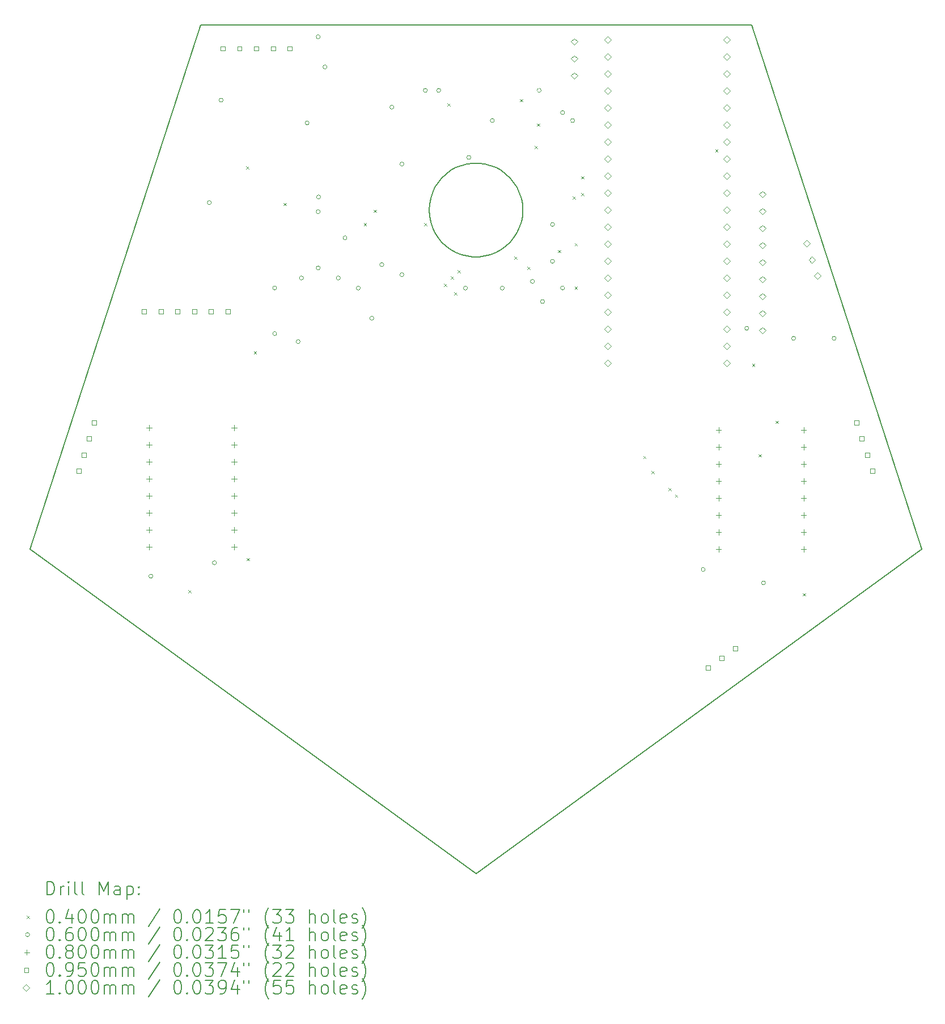
<source format=gbr>
%TF.GenerationSoftware,KiCad,Pcbnew,8.0.5*%
%TF.CreationDate,2024-10-05T13:16:59+02:00*%
%TF.ProjectId,valiant-turtle-2,76616c69-616e-4742-9d74-7572746c652d,rev?*%
%TF.SameCoordinates,Original*%
%TF.FileFunction,Drillmap*%
%TF.FilePolarity,Positive*%
%FSLAX45Y45*%
G04 Gerber Fmt 4.5, Leading zero omitted, Abs format (unit mm)*
G04 Created by KiCad (PCBNEW 8.0.5) date 2024-10-05 13:16:59*
%MOMM*%
%LPD*%
G01*
G04 APERTURE LIST*
%ADD10C,0.200000*%
%ADD11C,0.100000*%
G04 APERTURE END LIST*
D10*
X11828072Y-7411490D02*
X11855238Y-7327880D01*
X13184088Y-7411490D02*
X13200559Y-7497840D01*
X11892666Y-7248340D02*
X11939768Y-7174120D01*
X12881158Y-6994540D02*
X12952276Y-7046210D01*
X11855238Y-7327880D02*
X11892666Y-7248340D01*
X8391580Y-4822450D02*
X5848680Y-12648690D01*
X11995803Y-7106390D02*
X12059884Y-7046210D01*
X12881158Y-8176600D02*
X12804125Y-8218950D01*
X11828072Y-7759650D02*
X11811601Y-7673300D01*
X13119494Y-7248340D02*
X13156922Y-7327880D01*
X12374914Y-6897970D02*
X12462127Y-6886950D01*
X16620580Y-4822450D02*
X8391580Y-4822450D01*
X12952276Y-8124930D02*
X12881158Y-8176600D01*
X19163480Y-12648690D02*
X16620580Y-4822450D01*
X13200559Y-7673300D02*
X13184088Y-7759650D01*
X12722392Y-6919830D02*
X12804125Y-6952190D01*
X12804125Y-8218950D02*
X12722392Y-8251310D01*
X13184088Y-7759650D02*
X13156922Y-7843260D01*
X13200559Y-7497840D02*
X13206080Y-7585570D01*
X12637246Y-8273170D02*
X12550033Y-8284190D01*
X12722392Y-8251310D02*
X12637246Y-8273170D01*
X11811601Y-7497840D02*
X11828072Y-7411490D01*
X12462127Y-6886950D02*
X12550033Y-6886950D01*
X12637246Y-6897970D02*
X12722392Y-6919830D01*
X5848680Y-12648690D02*
X12506080Y-17485570D01*
X11892666Y-7922800D02*
X11855238Y-7843260D01*
X13016357Y-8064750D02*
X12952276Y-8124930D01*
X11995803Y-8064750D02*
X11939768Y-7997020D01*
X12131002Y-6994540D02*
X12208035Y-6952190D01*
X12374914Y-8273170D02*
X12289768Y-8251310D01*
X12289768Y-8251310D02*
X12208035Y-8218950D01*
X12059884Y-7046210D02*
X12131002Y-6994540D01*
X12952276Y-7046210D02*
X13016357Y-7106390D01*
X12550033Y-8284190D02*
X12462127Y-8284190D01*
X11811601Y-7673300D02*
X11806080Y-7585570D01*
X12208035Y-8218950D02*
X12131002Y-8176600D01*
X11855238Y-7843260D02*
X11828072Y-7759650D01*
X13206080Y-7585570D02*
X13200559Y-7673300D01*
X12462127Y-8284190D02*
X12374914Y-8273170D01*
X13072392Y-7997020D02*
X13016357Y-8064750D01*
X12804125Y-6952190D02*
X12881158Y-6994540D01*
X12550033Y-6886950D02*
X12637246Y-6897970D01*
X13156922Y-7327880D02*
X13184088Y-7411490D01*
X12506080Y-17485570D02*
X19163480Y-12648690D01*
X12059884Y-8124930D02*
X11995803Y-8064750D01*
X13119494Y-7922800D02*
X13072392Y-7997020D01*
X11939768Y-7997020D02*
X11892666Y-7922800D01*
X13072392Y-7174120D02*
X13119494Y-7248340D01*
X13156922Y-7843260D02*
X13119494Y-7922800D01*
X13016357Y-7106390D02*
X13072392Y-7174120D01*
X12289768Y-6919830D02*
X12374914Y-6897970D01*
X11806080Y-7585570D02*
X11811601Y-7497840D01*
X11939768Y-7174120D02*
X11995803Y-7106390D01*
X12131002Y-8176600D02*
X12059884Y-8124930D01*
X12208035Y-6952190D02*
X12289768Y-6919830D01*
D11*
X8210000Y-13255000D02*
X8250000Y-13295000D01*
X8250000Y-13255000D02*
X8210000Y-13295000D01*
X9076250Y-6930000D02*
X9116250Y-6970000D01*
X9116250Y-6930000D02*
X9076250Y-6970000D01*
X9080000Y-12780000D02*
X9120000Y-12820000D01*
X9120000Y-12780000D02*
X9080000Y-12820000D01*
X9188085Y-9690616D02*
X9228085Y-9730616D01*
X9228085Y-9690616D02*
X9188085Y-9730616D01*
X9630000Y-7480000D02*
X9670000Y-7520000D01*
X9670000Y-7480000D02*
X9630000Y-7520000D01*
X10830000Y-7780000D02*
X10870000Y-7820000D01*
X10870000Y-7780000D02*
X10830000Y-7820000D01*
X10980000Y-7580000D02*
X11020000Y-7620000D01*
X11020000Y-7580000D02*
X10980000Y-7620000D01*
X11730000Y-7780000D02*
X11770000Y-7820000D01*
X11770000Y-7780000D02*
X11730000Y-7820000D01*
X12029305Y-8685000D02*
X12069305Y-8725000D01*
X12069305Y-8685000D02*
X12029305Y-8725000D01*
X12080000Y-5995000D02*
X12120000Y-6035000D01*
X12120000Y-5995000D02*
X12080000Y-6035000D01*
X12130000Y-8575000D02*
X12170000Y-8615000D01*
X12170000Y-8575000D02*
X12130000Y-8615000D01*
X12180000Y-8812500D02*
X12220000Y-8852500D01*
X12220000Y-8812500D02*
X12180000Y-8852500D01*
X12230000Y-8480000D02*
X12270000Y-8520000D01*
X12270000Y-8480000D02*
X12230000Y-8520000D01*
X13080000Y-8280000D02*
X13120000Y-8320000D01*
X13120000Y-8280000D02*
X13080000Y-8320000D01*
X13162500Y-5930000D02*
X13202500Y-5970000D01*
X13202500Y-5930000D02*
X13162500Y-5970000D01*
X13273180Y-8431759D02*
X13313180Y-8471759D01*
X13313180Y-8431759D02*
X13273180Y-8471759D01*
X13380000Y-6630000D02*
X13420000Y-6670000D01*
X13420000Y-6630000D02*
X13380000Y-6670000D01*
X13417500Y-6292500D02*
X13457500Y-6332500D01*
X13457500Y-6292500D02*
X13417500Y-6332500D01*
X13728735Y-8181265D02*
X13768735Y-8221265D01*
X13768735Y-8181265D02*
X13728735Y-8221265D01*
X13950000Y-7380000D02*
X13990000Y-7420000D01*
X13990000Y-7380000D02*
X13950000Y-7420000D01*
X13980000Y-8080000D02*
X14020000Y-8120000D01*
X14020000Y-8080000D02*
X13980000Y-8120000D01*
X13980000Y-8730000D02*
X14020000Y-8770000D01*
X14020000Y-8730000D02*
X13980000Y-8770000D01*
X14080000Y-7080000D02*
X14120000Y-7120000D01*
X14120000Y-7080000D02*
X14080000Y-7120000D01*
X14080000Y-7330000D02*
X14120000Y-7370000D01*
X14120000Y-7330000D02*
X14080000Y-7370000D01*
X15005000Y-11255000D02*
X15045000Y-11295000D01*
X15045000Y-11255000D02*
X15005000Y-11295000D01*
X15128735Y-11481265D02*
X15168735Y-11521265D01*
X15168735Y-11481265D02*
X15128735Y-11521265D01*
X15378735Y-11731265D02*
X15418735Y-11771265D01*
X15418735Y-11731265D02*
X15378735Y-11771265D01*
X15478735Y-11831265D02*
X15518735Y-11871265D01*
X15518735Y-11831265D02*
X15478735Y-11871265D01*
X16080000Y-6680000D02*
X16120000Y-6720000D01*
X16120000Y-6680000D02*
X16080000Y-6720000D01*
X16630000Y-9880000D02*
X16670000Y-9920000D01*
X16670000Y-9880000D02*
X16630000Y-9920000D01*
X16730000Y-11230000D02*
X16770000Y-11270000D01*
X16770000Y-11230000D02*
X16730000Y-11270000D01*
X16980000Y-10730000D02*
X17020000Y-10770000D01*
X17020000Y-10730000D02*
X16980000Y-10770000D01*
X17385000Y-13305000D02*
X17425000Y-13345000D01*
X17425000Y-13305000D02*
X17385000Y-13345000D01*
X7680000Y-13050000D02*
G75*
G02*
X7620000Y-13050000I-30000J0D01*
G01*
X7620000Y-13050000D02*
G75*
G02*
X7680000Y-13050000I30000J0D01*
G01*
X8555000Y-7475000D02*
G75*
G02*
X8495000Y-7475000I-30000J0D01*
G01*
X8495000Y-7475000D02*
G75*
G02*
X8555000Y-7475000I30000J0D01*
G01*
X8630000Y-12850000D02*
G75*
G02*
X8570000Y-12850000I-30000J0D01*
G01*
X8570000Y-12850000D02*
G75*
G02*
X8630000Y-12850000I30000J0D01*
G01*
X8730000Y-5945000D02*
G75*
G02*
X8670000Y-5945000I-30000J0D01*
G01*
X8670000Y-5945000D02*
G75*
G02*
X8730000Y-5945000I30000J0D01*
G01*
X9530000Y-8750000D02*
G75*
G02*
X9470000Y-8750000I-30000J0D01*
G01*
X9470000Y-8750000D02*
G75*
G02*
X9530000Y-8750000I30000J0D01*
G01*
X9530000Y-9430000D02*
G75*
G02*
X9470000Y-9430000I-30000J0D01*
G01*
X9470000Y-9430000D02*
G75*
G02*
X9530000Y-9430000I30000J0D01*
G01*
X9880000Y-9550000D02*
G75*
G02*
X9820000Y-9550000I-30000J0D01*
G01*
X9820000Y-9550000D02*
G75*
G02*
X9880000Y-9550000I30000J0D01*
G01*
X9930000Y-8600000D02*
G75*
G02*
X9870000Y-8600000I-30000J0D01*
G01*
X9870000Y-8600000D02*
G75*
G02*
X9930000Y-8600000I30000J0D01*
G01*
X10015000Y-6285000D02*
G75*
G02*
X9955000Y-6285000I-30000J0D01*
G01*
X9955000Y-6285000D02*
G75*
G02*
X10015000Y-6285000I30000J0D01*
G01*
X10180000Y-5000000D02*
G75*
G02*
X10120000Y-5000000I-30000J0D01*
G01*
X10120000Y-5000000D02*
G75*
G02*
X10180000Y-5000000I30000J0D01*
G01*
X10180000Y-7610000D02*
G75*
G02*
X10120000Y-7610000I-30000J0D01*
G01*
X10120000Y-7610000D02*
G75*
G02*
X10180000Y-7610000I30000J0D01*
G01*
X10180000Y-8450000D02*
G75*
G02*
X10120000Y-8450000I-30000J0D01*
G01*
X10120000Y-8450000D02*
G75*
G02*
X10180000Y-8450000I30000J0D01*
G01*
X10185000Y-7390000D02*
G75*
G02*
X10125000Y-7390000I-30000J0D01*
G01*
X10125000Y-7390000D02*
G75*
G02*
X10185000Y-7390000I30000J0D01*
G01*
X10280000Y-5450000D02*
G75*
G02*
X10220000Y-5450000I-30000J0D01*
G01*
X10220000Y-5450000D02*
G75*
G02*
X10280000Y-5450000I30000J0D01*
G01*
X10480000Y-8600000D02*
G75*
G02*
X10420000Y-8600000I-30000J0D01*
G01*
X10420000Y-8600000D02*
G75*
G02*
X10480000Y-8600000I30000J0D01*
G01*
X10580000Y-8000000D02*
G75*
G02*
X10520000Y-8000000I-30000J0D01*
G01*
X10520000Y-8000000D02*
G75*
G02*
X10580000Y-8000000I30000J0D01*
G01*
X10780000Y-8750000D02*
G75*
G02*
X10720000Y-8750000I-30000J0D01*
G01*
X10720000Y-8750000D02*
G75*
G02*
X10780000Y-8750000I30000J0D01*
G01*
X10980000Y-9200000D02*
G75*
G02*
X10920000Y-9200000I-30000J0D01*
G01*
X10920000Y-9200000D02*
G75*
G02*
X10980000Y-9200000I30000J0D01*
G01*
X11130000Y-8400000D02*
G75*
G02*
X11070000Y-8400000I-30000J0D01*
G01*
X11070000Y-8400000D02*
G75*
G02*
X11130000Y-8400000I30000J0D01*
G01*
X11280000Y-6050000D02*
G75*
G02*
X11220000Y-6050000I-30000J0D01*
G01*
X11220000Y-6050000D02*
G75*
G02*
X11280000Y-6050000I30000J0D01*
G01*
X11430000Y-6900000D02*
G75*
G02*
X11370000Y-6900000I-30000J0D01*
G01*
X11370000Y-6900000D02*
G75*
G02*
X11430000Y-6900000I30000J0D01*
G01*
X11430000Y-8550000D02*
G75*
G02*
X11370000Y-8550000I-30000J0D01*
G01*
X11370000Y-8550000D02*
G75*
G02*
X11430000Y-8550000I30000J0D01*
G01*
X11780000Y-5800000D02*
G75*
G02*
X11720000Y-5800000I-30000J0D01*
G01*
X11720000Y-5800000D02*
G75*
G02*
X11780000Y-5800000I30000J0D01*
G01*
X11980000Y-5800000D02*
G75*
G02*
X11920000Y-5800000I-30000J0D01*
G01*
X11920000Y-5800000D02*
G75*
G02*
X11980000Y-5800000I30000J0D01*
G01*
X12380000Y-8750000D02*
G75*
G02*
X12320000Y-8750000I-30000J0D01*
G01*
X12320000Y-8750000D02*
G75*
G02*
X12380000Y-8750000I30000J0D01*
G01*
X12430000Y-6800000D02*
G75*
G02*
X12370000Y-6800000I-30000J0D01*
G01*
X12370000Y-6800000D02*
G75*
G02*
X12430000Y-6800000I30000J0D01*
G01*
X12780000Y-6250000D02*
G75*
G02*
X12720000Y-6250000I-30000J0D01*
G01*
X12720000Y-6250000D02*
G75*
G02*
X12780000Y-6250000I30000J0D01*
G01*
X12930000Y-8750000D02*
G75*
G02*
X12870000Y-8750000I-30000J0D01*
G01*
X12870000Y-8750000D02*
G75*
G02*
X12930000Y-8750000I30000J0D01*
G01*
X13380000Y-8650000D02*
G75*
G02*
X13320000Y-8650000I-30000J0D01*
G01*
X13320000Y-8650000D02*
G75*
G02*
X13380000Y-8650000I30000J0D01*
G01*
X13480000Y-5800000D02*
G75*
G02*
X13420000Y-5800000I-30000J0D01*
G01*
X13420000Y-5800000D02*
G75*
G02*
X13480000Y-5800000I30000J0D01*
G01*
X13530000Y-8950000D02*
G75*
G02*
X13470000Y-8950000I-30000J0D01*
G01*
X13470000Y-8950000D02*
G75*
G02*
X13530000Y-8950000I30000J0D01*
G01*
X13680000Y-7800000D02*
G75*
G02*
X13620000Y-7800000I-30000J0D01*
G01*
X13620000Y-7800000D02*
G75*
G02*
X13680000Y-7800000I30000J0D01*
G01*
X13680000Y-8350000D02*
G75*
G02*
X13620000Y-8350000I-30000J0D01*
G01*
X13620000Y-8350000D02*
G75*
G02*
X13680000Y-8350000I30000J0D01*
G01*
X13830000Y-6130000D02*
G75*
G02*
X13770000Y-6130000I-30000J0D01*
G01*
X13770000Y-6130000D02*
G75*
G02*
X13830000Y-6130000I30000J0D01*
G01*
X13830000Y-8750000D02*
G75*
G02*
X13770000Y-8750000I-30000J0D01*
G01*
X13770000Y-8750000D02*
G75*
G02*
X13830000Y-8750000I30000J0D01*
G01*
X13980000Y-6250000D02*
G75*
G02*
X13920000Y-6250000I-30000J0D01*
G01*
X13920000Y-6250000D02*
G75*
G02*
X13980000Y-6250000I30000J0D01*
G01*
X15930000Y-12950000D02*
G75*
G02*
X15870000Y-12950000I-30000J0D01*
G01*
X15870000Y-12950000D02*
G75*
G02*
X15930000Y-12950000I30000J0D01*
G01*
X16580000Y-9350000D02*
G75*
G02*
X16520000Y-9350000I-30000J0D01*
G01*
X16520000Y-9350000D02*
G75*
G02*
X16580000Y-9350000I30000J0D01*
G01*
X16830000Y-13150000D02*
G75*
G02*
X16770000Y-13150000I-30000J0D01*
G01*
X16770000Y-13150000D02*
G75*
G02*
X16830000Y-13150000I30000J0D01*
G01*
X17280000Y-9500000D02*
G75*
G02*
X17220000Y-9500000I-30000J0D01*
G01*
X17220000Y-9500000D02*
G75*
G02*
X17280000Y-9500000I30000J0D01*
G01*
X17885000Y-9500000D02*
G75*
G02*
X17825000Y-9500000I-30000J0D01*
G01*
X17825000Y-9500000D02*
G75*
G02*
X17885000Y-9500000I30000J0D01*
G01*
X7626250Y-10796000D02*
X7626250Y-10876000D01*
X7586250Y-10836000D02*
X7666250Y-10836000D01*
X7626250Y-11050000D02*
X7626250Y-11130000D01*
X7586250Y-11090000D02*
X7666250Y-11090000D01*
X7626250Y-11304000D02*
X7626250Y-11384000D01*
X7586250Y-11344000D02*
X7666250Y-11344000D01*
X7626250Y-11558000D02*
X7626250Y-11638000D01*
X7586250Y-11598000D02*
X7666250Y-11598000D01*
X7626250Y-11812000D02*
X7626250Y-11892000D01*
X7586250Y-11852000D02*
X7666250Y-11852000D01*
X7626250Y-12066000D02*
X7626250Y-12146000D01*
X7586250Y-12106000D02*
X7666250Y-12106000D01*
X7626250Y-12320000D02*
X7626250Y-12400000D01*
X7586250Y-12360000D02*
X7666250Y-12360000D01*
X7626250Y-12574000D02*
X7626250Y-12654000D01*
X7586250Y-12614000D02*
X7666250Y-12614000D01*
X8896250Y-10796000D02*
X8896250Y-10876000D01*
X8856250Y-10836000D02*
X8936250Y-10836000D01*
X8896250Y-11050000D02*
X8896250Y-11130000D01*
X8856250Y-11090000D02*
X8936250Y-11090000D01*
X8896250Y-11304000D02*
X8896250Y-11384000D01*
X8856250Y-11344000D02*
X8936250Y-11344000D01*
X8896250Y-11558000D02*
X8896250Y-11638000D01*
X8856250Y-11598000D02*
X8936250Y-11598000D01*
X8896250Y-11812000D02*
X8896250Y-11892000D01*
X8856250Y-11852000D02*
X8936250Y-11852000D01*
X8896250Y-12066000D02*
X8896250Y-12146000D01*
X8856250Y-12106000D02*
X8936250Y-12106000D01*
X8896250Y-12320000D02*
X8896250Y-12400000D01*
X8856250Y-12360000D02*
X8936250Y-12360000D01*
X8896250Y-12574000D02*
X8896250Y-12654000D01*
X8856250Y-12614000D02*
X8936250Y-12614000D01*
X16130000Y-10827000D02*
X16130000Y-10907000D01*
X16090000Y-10867000D02*
X16170000Y-10867000D01*
X16130000Y-11081000D02*
X16130000Y-11161000D01*
X16090000Y-11121000D02*
X16170000Y-11121000D01*
X16130000Y-11335000D02*
X16130000Y-11415000D01*
X16090000Y-11375000D02*
X16170000Y-11375000D01*
X16130000Y-11589000D02*
X16130000Y-11669000D01*
X16090000Y-11629000D02*
X16170000Y-11629000D01*
X16130000Y-11843000D02*
X16130000Y-11923000D01*
X16090000Y-11883000D02*
X16170000Y-11883000D01*
X16130000Y-12097000D02*
X16130000Y-12177000D01*
X16090000Y-12137000D02*
X16170000Y-12137000D01*
X16130000Y-12351000D02*
X16130000Y-12431000D01*
X16090000Y-12391000D02*
X16170000Y-12391000D01*
X16130000Y-12605000D02*
X16130000Y-12685000D01*
X16090000Y-12645000D02*
X16170000Y-12645000D01*
X17400000Y-10827000D02*
X17400000Y-10907000D01*
X17360000Y-10867000D02*
X17440000Y-10867000D01*
X17400000Y-11081000D02*
X17400000Y-11161000D01*
X17360000Y-11121000D02*
X17440000Y-11121000D01*
X17400000Y-11335000D02*
X17400000Y-11415000D01*
X17360000Y-11375000D02*
X17440000Y-11375000D01*
X17400000Y-11589000D02*
X17400000Y-11669000D01*
X17360000Y-11629000D02*
X17440000Y-11629000D01*
X17400000Y-11843000D02*
X17400000Y-11923000D01*
X17360000Y-11883000D02*
X17440000Y-11883000D01*
X17400000Y-12097000D02*
X17400000Y-12177000D01*
X17360000Y-12137000D02*
X17440000Y-12137000D01*
X17400000Y-12351000D02*
X17400000Y-12431000D01*
X17360000Y-12391000D02*
X17440000Y-12391000D01*
X17400000Y-12605000D02*
X17400000Y-12685000D01*
X17360000Y-12645000D02*
X17440000Y-12645000D01*
X6608588Y-11508588D02*
X6608588Y-11441412D01*
X6541412Y-11441412D01*
X6541412Y-11508588D01*
X6608588Y-11508588D01*
X6685842Y-11270824D02*
X6685842Y-11203648D01*
X6618666Y-11203648D01*
X6618666Y-11270824D01*
X6685842Y-11270824D01*
X6763096Y-11033060D02*
X6763096Y-10965884D01*
X6695921Y-10965884D01*
X6695921Y-11033060D01*
X6763096Y-11033060D01*
X6840351Y-10795296D02*
X6840351Y-10728120D01*
X6773175Y-10728120D01*
X6773175Y-10795296D01*
X6840351Y-10795296D01*
X7583588Y-9133588D02*
X7583588Y-9066412D01*
X7516412Y-9066412D01*
X7516412Y-9133588D01*
X7583588Y-9133588D01*
X7833588Y-9133588D02*
X7833588Y-9066412D01*
X7766412Y-9066412D01*
X7766412Y-9133588D01*
X7833588Y-9133588D01*
X8083588Y-9133588D02*
X8083588Y-9066412D01*
X8016412Y-9066412D01*
X8016412Y-9133588D01*
X8083588Y-9133588D01*
X8333588Y-9133588D02*
X8333588Y-9066412D01*
X8266412Y-9066412D01*
X8266412Y-9133588D01*
X8333588Y-9133588D01*
X8583588Y-9133588D02*
X8583588Y-9066412D01*
X8516412Y-9066412D01*
X8516412Y-9133588D01*
X8583588Y-9133588D01*
X8758588Y-5208588D02*
X8758588Y-5141412D01*
X8691412Y-5141412D01*
X8691412Y-5208588D01*
X8758588Y-5208588D01*
X8833588Y-9133588D02*
X8833588Y-9066412D01*
X8766412Y-9066412D01*
X8766412Y-9133588D01*
X8833588Y-9133588D01*
X9008588Y-5208588D02*
X9008588Y-5141412D01*
X8941412Y-5141412D01*
X8941412Y-5208588D01*
X9008588Y-5208588D01*
X9258588Y-5208588D02*
X9258588Y-5141412D01*
X9191412Y-5141412D01*
X9191412Y-5208588D01*
X9258588Y-5208588D01*
X9508588Y-5208588D02*
X9508588Y-5141412D01*
X9441412Y-5141412D01*
X9441412Y-5208588D01*
X9508588Y-5208588D01*
X9758588Y-5208588D02*
X9758588Y-5141412D01*
X9691412Y-5141412D01*
X9691412Y-5208588D01*
X9758588Y-5208588D01*
X16004079Y-14452480D02*
X16004079Y-14385305D01*
X15936904Y-14385305D01*
X15936904Y-14452480D01*
X16004079Y-14452480D01*
X16206334Y-14305534D02*
X16206334Y-14238358D01*
X16139158Y-14238358D01*
X16139158Y-14305534D01*
X16206334Y-14305534D01*
X16408588Y-14158588D02*
X16408588Y-14091412D01*
X16341412Y-14091412D01*
X16341412Y-14158588D01*
X16408588Y-14158588D01*
X18226825Y-10795296D02*
X18226825Y-10728120D01*
X18159649Y-10728120D01*
X18159649Y-10795296D01*
X18226825Y-10795296D01*
X18304079Y-11033060D02*
X18304079Y-10965884D01*
X18236904Y-10965884D01*
X18236904Y-11033060D01*
X18304079Y-11033060D01*
X18381334Y-11270824D02*
X18381334Y-11203648D01*
X18314158Y-11203648D01*
X18314158Y-11270824D01*
X18381334Y-11270824D01*
X18458588Y-11508588D02*
X18458588Y-11441412D01*
X18391412Y-11441412D01*
X18391412Y-11508588D01*
X18458588Y-11508588D01*
X13975000Y-5122500D02*
X14025000Y-5072500D01*
X13975000Y-5022500D01*
X13925000Y-5072500D01*
X13975000Y-5122500D01*
X13975000Y-5376500D02*
X14025000Y-5326500D01*
X13975000Y-5276500D01*
X13925000Y-5326500D01*
X13975000Y-5376500D01*
X13975000Y-5630500D02*
X14025000Y-5580500D01*
X13975000Y-5530500D01*
X13925000Y-5580500D01*
X13975000Y-5630500D01*
X14472000Y-5090750D02*
X14522000Y-5040750D01*
X14472000Y-4990750D01*
X14422000Y-5040750D01*
X14472000Y-5090750D01*
X14472000Y-5344750D02*
X14522000Y-5294750D01*
X14472000Y-5244750D01*
X14422000Y-5294750D01*
X14472000Y-5344750D01*
X14472000Y-5598750D02*
X14522000Y-5548750D01*
X14472000Y-5498750D01*
X14422000Y-5548750D01*
X14472000Y-5598750D01*
X14472000Y-5852750D02*
X14522000Y-5802750D01*
X14472000Y-5752750D01*
X14422000Y-5802750D01*
X14472000Y-5852750D01*
X14472000Y-6106750D02*
X14522000Y-6056750D01*
X14472000Y-6006750D01*
X14422000Y-6056750D01*
X14472000Y-6106750D01*
X14472000Y-6360750D02*
X14522000Y-6310750D01*
X14472000Y-6260750D01*
X14422000Y-6310750D01*
X14472000Y-6360750D01*
X14472000Y-6614750D02*
X14522000Y-6564750D01*
X14472000Y-6514750D01*
X14422000Y-6564750D01*
X14472000Y-6614750D01*
X14472000Y-6868750D02*
X14522000Y-6818750D01*
X14472000Y-6768750D01*
X14422000Y-6818750D01*
X14472000Y-6868750D01*
X14472000Y-7122750D02*
X14522000Y-7072750D01*
X14472000Y-7022750D01*
X14422000Y-7072750D01*
X14472000Y-7122750D01*
X14472000Y-7376750D02*
X14522000Y-7326750D01*
X14472000Y-7276750D01*
X14422000Y-7326750D01*
X14472000Y-7376750D01*
X14472000Y-7630750D02*
X14522000Y-7580750D01*
X14472000Y-7530750D01*
X14422000Y-7580750D01*
X14472000Y-7630750D01*
X14472000Y-7884750D02*
X14522000Y-7834750D01*
X14472000Y-7784750D01*
X14422000Y-7834750D01*
X14472000Y-7884750D01*
X14472000Y-8138750D02*
X14522000Y-8088750D01*
X14472000Y-8038750D01*
X14422000Y-8088750D01*
X14472000Y-8138750D01*
X14472000Y-8392750D02*
X14522000Y-8342750D01*
X14472000Y-8292750D01*
X14422000Y-8342750D01*
X14472000Y-8392750D01*
X14472000Y-8646750D02*
X14522000Y-8596750D01*
X14472000Y-8546750D01*
X14422000Y-8596750D01*
X14472000Y-8646750D01*
X14472000Y-8900750D02*
X14522000Y-8850750D01*
X14472000Y-8800750D01*
X14422000Y-8850750D01*
X14472000Y-8900750D01*
X14472000Y-9154750D02*
X14522000Y-9104750D01*
X14472000Y-9054750D01*
X14422000Y-9104750D01*
X14472000Y-9154750D01*
X14472000Y-9408750D02*
X14522000Y-9358750D01*
X14472000Y-9308750D01*
X14422000Y-9358750D01*
X14472000Y-9408750D01*
X14472000Y-9662750D02*
X14522000Y-9612750D01*
X14472000Y-9562750D01*
X14422000Y-9612750D01*
X14472000Y-9662750D01*
X14472000Y-9916750D02*
X14522000Y-9866750D01*
X14472000Y-9816750D01*
X14422000Y-9866750D01*
X14472000Y-9916750D01*
X16250000Y-5090750D02*
X16300000Y-5040750D01*
X16250000Y-4990750D01*
X16200000Y-5040750D01*
X16250000Y-5090750D01*
X16250000Y-5344750D02*
X16300000Y-5294750D01*
X16250000Y-5244750D01*
X16200000Y-5294750D01*
X16250000Y-5344750D01*
X16250000Y-5598750D02*
X16300000Y-5548750D01*
X16250000Y-5498750D01*
X16200000Y-5548750D01*
X16250000Y-5598750D01*
X16250000Y-5852750D02*
X16300000Y-5802750D01*
X16250000Y-5752750D01*
X16200000Y-5802750D01*
X16250000Y-5852750D01*
X16250000Y-6106750D02*
X16300000Y-6056750D01*
X16250000Y-6006750D01*
X16200000Y-6056750D01*
X16250000Y-6106750D01*
X16250000Y-6360750D02*
X16300000Y-6310750D01*
X16250000Y-6260750D01*
X16200000Y-6310750D01*
X16250000Y-6360750D01*
X16250000Y-6614750D02*
X16300000Y-6564750D01*
X16250000Y-6514750D01*
X16200000Y-6564750D01*
X16250000Y-6614750D01*
X16250000Y-6868750D02*
X16300000Y-6818750D01*
X16250000Y-6768750D01*
X16200000Y-6818750D01*
X16250000Y-6868750D01*
X16250000Y-7122750D02*
X16300000Y-7072750D01*
X16250000Y-7022750D01*
X16200000Y-7072750D01*
X16250000Y-7122750D01*
X16250000Y-7376750D02*
X16300000Y-7326750D01*
X16250000Y-7276750D01*
X16200000Y-7326750D01*
X16250000Y-7376750D01*
X16250000Y-7630750D02*
X16300000Y-7580750D01*
X16250000Y-7530750D01*
X16200000Y-7580750D01*
X16250000Y-7630750D01*
X16250000Y-7884750D02*
X16300000Y-7834750D01*
X16250000Y-7784750D01*
X16200000Y-7834750D01*
X16250000Y-7884750D01*
X16250000Y-8138750D02*
X16300000Y-8088750D01*
X16250000Y-8038750D01*
X16200000Y-8088750D01*
X16250000Y-8138750D01*
X16250000Y-8392750D02*
X16300000Y-8342750D01*
X16250000Y-8292750D01*
X16200000Y-8342750D01*
X16250000Y-8392750D01*
X16250000Y-8646750D02*
X16300000Y-8596750D01*
X16250000Y-8546750D01*
X16200000Y-8596750D01*
X16250000Y-8646750D01*
X16250000Y-8900750D02*
X16300000Y-8850750D01*
X16250000Y-8800750D01*
X16200000Y-8850750D01*
X16250000Y-8900750D01*
X16250000Y-9154750D02*
X16300000Y-9104750D01*
X16250000Y-9054750D01*
X16200000Y-9104750D01*
X16250000Y-9154750D01*
X16250000Y-9408750D02*
X16300000Y-9358750D01*
X16250000Y-9308750D01*
X16200000Y-9358750D01*
X16250000Y-9408750D01*
X16250000Y-9662750D02*
X16300000Y-9612750D01*
X16250000Y-9562750D01*
X16200000Y-9612750D01*
X16250000Y-9662750D01*
X16250000Y-9916750D02*
X16300000Y-9866750D01*
X16250000Y-9816750D01*
X16200000Y-9866750D01*
X16250000Y-9916750D01*
X16786000Y-7400000D02*
X16836000Y-7350000D01*
X16786000Y-7300000D01*
X16736000Y-7350000D01*
X16786000Y-7400000D01*
X16786000Y-7654000D02*
X16836000Y-7604000D01*
X16786000Y-7554000D01*
X16736000Y-7604000D01*
X16786000Y-7654000D01*
X16786000Y-7908000D02*
X16836000Y-7858000D01*
X16786000Y-7808000D01*
X16736000Y-7858000D01*
X16786000Y-7908000D01*
X16786000Y-8162000D02*
X16836000Y-8112000D01*
X16786000Y-8062000D01*
X16736000Y-8112000D01*
X16786000Y-8162000D01*
X16786000Y-8416000D02*
X16836000Y-8366000D01*
X16786000Y-8316000D01*
X16736000Y-8366000D01*
X16786000Y-8416000D01*
X16786000Y-8670000D02*
X16836000Y-8620000D01*
X16786000Y-8570000D01*
X16736000Y-8620000D01*
X16786000Y-8670000D01*
X16786000Y-8924000D02*
X16836000Y-8874000D01*
X16786000Y-8824000D01*
X16736000Y-8874000D01*
X16786000Y-8924000D01*
X16786000Y-9178000D02*
X16836000Y-9128000D01*
X16786000Y-9078000D01*
X16736000Y-9128000D01*
X16786000Y-9178000D01*
X16786000Y-9432000D02*
X16836000Y-9382000D01*
X16786000Y-9332000D01*
X16736000Y-9382000D01*
X16786000Y-9432000D01*
X17446973Y-8134858D02*
X17496973Y-8084858D01*
X17446973Y-8034858D01*
X17396973Y-8084858D01*
X17446973Y-8134858D01*
X17525464Y-8376427D02*
X17575464Y-8326427D01*
X17525464Y-8276427D01*
X17475464Y-8326427D01*
X17525464Y-8376427D01*
X17603954Y-8617995D02*
X17653954Y-8567995D01*
X17603954Y-8517995D01*
X17553954Y-8567995D01*
X17603954Y-8617995D01*
D10*
X6099457Y-17807054D02*
X6099457Y-17607054D01*
X6099457Y-17607054D02*
X6147076Y-17607054D01*
X6147076Y-17607054D02*
X6175647Y-17616578D01*
X6175647Y-17616578D02*
X6194695Y-17635625D01*
X6194695Y-17635625D02*
X6204219Y-17654673D01*
X6204219Y-17654673D02*
X6213742Y-17692768D01*
X6213742Y-17692768D02*
X6213742Y-17721340D01*
X6213742Y-17721340D02*
X6204219Y-17759435D01*
X6204219Y-17759435D02*
X6194695Y-17778482D01*
X6194695Y-17778482D02*
X6175647Y-17797530D01*
X6175647Y-17797530D02*
X6147076Y-17807054D01*
X6147076Y-17807054D02*
X6099457Y-17807054D01*
X6299457Y-17807054D02*
X6299457Y-17673720D01*
X6299457Y-17711816D02*
X6308981Y-17692768D01*
X6308981Y-17692768D02*
X6318504Y-17683244D01*
X6318504Y-17683244D02*
X6337552Y-17673720D01*
X6337552Y-17673720D02*
X6356600Y-17673720D01*
X6423266Y-17807054D02*
X6423266Y-17673720D01*
X6423266Y-17607054D02*
X6413742Y-17616578D01*
X6413742Y-17616578D02*
X6423266Y-17626101D01*
X6423266Y-17626101D02*
X6432790Y-17616578D01*
X6432790Y-17616578D02*
X6423266Y-17607054D01*
X6423266Y-17607054D02*
X6423266Y-17626101D01*
X6547076Y-17807054D02*
X6528028Y-17797530D01*
X6528028Y-17797530D02*
X6518504Y-17778482D01*
X6518504Y-17778482D02*
X6518504Y-17607054D01*
X6651838Y-17807054D02*
X6632790Y-17797530D01*
X6632790Y-17797530D02*
X6623266Y-17778482D01*
X6623266Y-17778482D02*
X6623266Y-17607054D01*
X6880409Y-17807054D02*
X6880409Y-17607054D01*
X6880409Y-17607054D02*
X6947076Y-17749911D01*
X6947076Y-17749911D02*
X7013742Y-17607054D01*
X7013742Y-17607054D02*
X7013742Y-17807054D01*
X7194695Y-17807054D02*
X7194695Y-17702292D01*
X7194695Y-17702292D02*
X7185171Y-17683244D01*
X7185171Y-17683244D02*
X7166123Y-17673720D01*
X7166123Y-17673720D02*
X7128028Y-17673720D01*
X7128028Y-17673720D02*
X7108981Y-17683244D01*
X7194695Y-17797530D02*
X7175647Y-17807054D01*
X7175647Y-17807054D02*
X7128028Y-17807054D01*
X7128028Y-17807054D02*
X7108981Y-17797530D01*
X7108981Y-17797530D02*
X7099457Y-17778482D01*
X7099457Y-17778482D02*
X7099457Y-17759435D01*
X7099457Y-17759435D02*
X7108981Y-17740387D01*
X7108981Y-17740387D02*
X7128028Y-17730863D01*
X7128028Y-17730863D02*
X7175647Y-17730863D01*
X7175647Y-17730863D02*
X7194695Y-17721340D01*
X7289933Y-17673720D02*
X7289933Y-17873720D01*
X7289933Y-17683244D02*
X7308981Y-17673720D01*
X7308981Y-17673720D02*
X7347076Y-17673720D01*
X7347076Y-17673720D02*
X7366123Y-17683244D01*
X7366123Y-17683244D02*
X7375647Y-17692768D01*
X7375647Y-17692768D02*
X7385171Y-17711816D01*
X7385171Y-17711816D02*
X7385171Y-17768959D01*
X7385171Y-17768959D02*
X7375647Y-17788006D01*
X7375647Y-17788006D02*
X7366123Y-17797530D01*
X7366123Y-17797530D02*
X7347076Y-17807054D01*
X7347076Y-17807054D02*
X7308981Y-17807054D01*
X7308981Y-17807054D02*
X7289933Y-17797530D01*
X7470885Y-17788006D02*
X7480409Y-17797530D01*
X7480409Y-17797530D02*
X7470885Y-17807054D01*
X7470885Y-17807054D02*
X7461362Y-17797530D01*
X7461362Y-17797530D02*
X7470885Y-17788006D01*
X7470885Y-17788006D02*
X7470885Y-17807054D01*
X7470885Y-17683244D02*
X7480409Y-17692768D01*
X7480409Y-17692768D02*
X7470885Y-17702292D01*
X7470885Y-17702292D02*
X7461362Y-17692768D01*
X7461362Y-17692768D02*
X7470885Y-17683244D01*
X7470885Y-17683244D02*
X7470885Y-17702292D01*
D11*
X5798680Y-18115570D02*
X5838680Y-18155570D01*
X5838680Y-18115570D02*
X5798680Y-18155570D01*
D10*
X6137552Y-18027054D02*
X6156600Y-18027054D01*
X6156600Y-18027054D02*
X6175647Y-18036578D01*
X6175647Y-18036578D02*
X6185171Y-18046101D01*
X6185171Y-18046101D02*
X6194695Y-18065149D01*
X6194695Y-18065149D02*
X6204219Y-18103244D01*
X6204219Y-18103244D02*
X6204219Y-18150863D01*
X6204219Y-18150863D02*
X6194695Y-18188959D01*
X6194695Y-18188959D02*
X6185171Y-18208006D01*
X6185171Y-18208006D02*
X6175647Y-18217530D01*
X6175647Y-18217530D02*
X6156600Y-18227054D01*
X6156600Y-18227054D02*
X6137552Y-18227054D01*
X6137552Y-18227054D02*
X6118504Y-18217530D01*
X6118504Y-18217530D02*
X6108981Y-18208006D01*
X6108981Y-18208006D02*
X6099457Y-18188959D01*
X6099457Y-18188959D02*
X6089933Y-18150863D01*
X6089933Y-18150863D02*
X6089933Y-18103244D01*
X6089933Y-18103244D02*
X6099457Y-18065149D01*
X6099457Y-18065149D02*
X6108981Y-18046101D01*
X6108981Y-18046101D02*
X6118504Y-18036578D01*
X6118504Y-18036578D02*
X6137552Y-18027054D01*
X6289933Y-18208006D02*
X6299457Y-18217530D01*
X6299457Y-18217530D02*
X6289933Y-18227054D01*
X6289933Y-18227054D02*
X6280409Y-18217530D01*
X6280409Y-18217530D02*
X6289933Y-18208006D01*
X6289933Y-18208006D02*
X6289933Y-18227054D01*
X6470885Y-18093720D02*
X6470885Y-18227054D01*
X6423266Y-18017530D02*
X6375647Y-18160387D01*
X6375647Y-18160387D02*
X6499457Y-18160387D01*
X6613742Y-18027054D02*
X6632790Y-18027054D01*
X6632790Y-18027054D02*
X6651838Y-18036578D01*
X6651838Y-18036578D02*
X6661362Y-18046101D01*
X6661362Y-18046101D02*
X6670885Y-18065149D01*
X6670885Y-18065149D02*
X6680409Y-18103244D01*
X6680409Y-18103244D02*
X6680409Y-18150863D01*
X6680409Y-18150863D02*
X6670885Y-18188959D01*
X6670885Y-18188959D02*
X6661362Y-18208006D01*
X6661362Y-18208006D02*
X6651838Y-18217530D01*
X6651838Y-18217530D02*
X6632790Y-18227054D01*
X6632790Y-18227054D02*
X6613742Y-18227054D01*
X6613742Y-18227054D02*
X6594695Y-18217530D01*
X6594695Y-18217530D02*
X6585171Y-18208006D01*
X6585171Y-18208006D02*
X6575647Y-18188959D01*
X6575647Y-18188959D02*
X6566123Y-18150863D01*
X6566123Y-18150863D02*
X6566123Y-18103244D01*
X6566123Y-18103244D02*
X6575647Y-18065149D01*
X6575647Y-18065149D02*
X6585171Y-18046101D01*
X6585171Y-18046101D02*
X6594695Y-18036578D01*
X6594695Y-18036578D02*
X6613742Y-18027054D01*
X6804219Y-18027054D02*
X6823266Y-18027054D01*
X6823266Y-18027054D02*
X6842314Y-18036578D01*
X6842314Y-18036578D02*
X6851838Y-18046101D01*
X6851838Y-18046101D02*
X6861362Y-18065149D01*
X6861362Y-18065149D02*
X6870885Y-18103244D01*
X6870885Y-18103244D02*
X6870885Y-18150863D01*
X6870885Y-18150863D02*
X6861362Y-18188959D01*
X6861362Y-18188959D02*
X6851838Y-18208006D01*
X6851838Y-18208006D02*
X6842314Y-18217530D01*
X6842314Y-18217530D02*
X6823266Y-18227054D01*
X6823266Y-18227054D02*
X6804219Y-18227054D01*
X6804219Y-18227054D02*
X6785171Y-18217530D01*
X6785171Y-18217530D02*
X6775647Y-18208006D01*
X6775647Y-18208006D02*
X6766123Y-18188959D01*
X6766123Y-18188959D02*
X6756600Y-18150863D01*
X6756600Y-18150863D02*
X6756600Y-18103244D01*
X6756600Y-18103244D02*
X6766123Y-18065149D01*
X6766123Y-18065149D02*
X6775647Y-18046101D01*
X6775647Y-18046101D02*
X6785171Y-18036578D01*
X6785171Y-18036578D02*
X6804219Y-18027054D01*
X6956600Y-18227054D02*
X6956600Y-18093720D01*
X6956600Y-18112768D02*
X6966123Y-18103244D01*
X6966123Y-18103244D02*
X6985171Y-18093720D01*
X6985171Y-18093720D02*
X7013743Y-18093720D01*
X7013743Y-18093720D02*
X7032790Y-18103244D01*
X7032790Y-18103244D02*
X7042314Y-18122292D01*
X7042314Y-18122292D02*
X7042314Y-18227054D01*
X7042314Y-18122292D02*
X7051838Y-18103244D01*
X7051838Y-18103244D02*
X7070885Y-18093720D01*
X7070885Y-18093720D02*
X7099457Y-18093720D01*
X7099457Y-18093720D02*
X7118504Y-18103244D01*
X7118504Y-18103244D02*
X7128028Y-18122292D01*
X7128028Y-18122292D02*
X7128028Y-18227054D01*
X7223266Y-18227054D02*
X7223266Y-18093720D01*
X7223266Y-18112768D02*
X7232790Y-18103244D01*
X7232790Y-18103244D02*
X7251838Y-18093720D01*
X7251838Y-18093720D02*
X7280409Y-18093720D01*
X7280409Y-18093720D02*
X7299457Y-18103244D01*
X7299457Y-18103244D02*
X7308981Y-18122292D01*
X7308981Y-18122292D02*
X7308981Y-18227054D01*
X7308981Y-18122292D02*
X7318504Y-18103244D01*
X7318504Y-18103244D02*
X7337552Y-18093720D01*
X7337552Y-18093720D02*
X7366123Y-18093720D01*
X7366123Y-18093720D02*
X7385171Y-18103244D01*
X7385171Y-18103244D02*
X7394695Y-18122292D01*
X7394695Y-18122292D02*
X7394695Y-18227054D01*
X7785171Y-18017530D02*
X7613743Y-18274673D01*
X8042314Y-18027054D02*
X8061362Y-18027054D01*
X8061362Y-18027054D02*
X8080409Y-18036578D01*
X8080409Y-18036578D02*
X8089933Y-18046101D01*
X8089933Y-18046101D02*
X8099457Y-18065149D01*
X8099457Y-18065149D02*
X8108981Y-18103244D01*
X8108981Y-18103244D02*
X8108981Y-18150863D01*
X8108981Y-18150863D02*
X8099457Y-18188959D01*
X8099457Y-18188959D02*
X8089933Y-18208006D01*
X8089933Y-18208006D02*
X8080409Y-18217530D01*
X8080409Y-18217530D02*
X8061362Y-18227054D01*
X8061362Y-18227054D02*
X8042314Y-18227054D01*
X8042314Y-18227054D02*
X8023266Y-18217530D01*
X8023266Y-18217530D02*
X8013743Y-18208006D01*
X8013743Y-18208006D02*
X8004219Y-18188959D01*
X8004219Y-18188959D02*
X7994695Y-18150863D01*
X7994695Y-18150863D02*
X7994695Y-18103244D01*
X7994695Y-18103244D02*
X8004219Y-18065149D01*
X8004219Y-18065149D02*
X8013743Y-18046101D01*
X8013743Y-18046101D02*
X8023266Y-18036578D01*
X8023266Y-18036578D02*
X8042314Y-18027054D01*
X8194695Y-18208006D02*
X8204219Y-18217530D01*
X8204219Y-18217530D02*
X8194695Y-18227054D01*
X8194695Y-18227054D02*
X8185171Y-18217530D01*
X8185171Y-18217530D02*
X8194695Y-18208006D01*
X8194695Y-18208006D02*
X8194695Y-18227054D01*
X8328028Y-18027054D02*
X8347076Y-18027054D01*
X8347076Y-18027054D02*
X8366124Y-18036578D01*
X8366124Y-18036578D02*
X8375647Y-18046101D01*
X8375647Y-18046101D02*
X8385171Y-18065149D01*
X8385171Y-18065149D02*
X8394695Y-18103244D01*
X8394695Y-18103244D02*
X8394695Y-18150863D01*
X8394695Y-18150863D02*
X8385171Y-18188959D01*
X8385171Y-18188959D02*
X8375647Y-18208006D01*
X8375647Y-18208006D02*
X8366124Y-18217530D01*
X8366124Y-18217530D02*
X8347076Y-18227054D01*
X8347076Y-18227054D02*
X8328028Y-18227054D01*
X8328028Y-18227054D02*
X8308981Y-18217530D01*
X8308981Y-18217530D02*
X8299457Y-18208006D01*
X8299457Y-18208006D02*
X8289933Y-18188959D01*
X8289933Y-18188959D02*
X8280409Y-18150863D01*
X8280409Y-18150863D02*
X8280409Y-18103244D01*
X8280409Y-18103244D02*
X8289933Y-18065149D01*
X8289933Y-18065149D02*
X8299457Y-18046101D01*
X8299457Y-18046101D02*
X8308981Y-18036578D01*
X8308981Y-18036578D02*
X8328028Y-18027054D01*
X8585171Y-18227054D02*
X8470886Y-18227054D01*
X8528028Y-18227054D02*
X8528028Y-18027054D01*
X8528028Y-18027054D02*
X8508981Y-18055625D01*
X8508981Y-18055625D02*
X8489933Y-18074673D01*
X8489933Y-18074673D02*
X8470886Y-18084197D01*
X8766124Y-18027054D02*
X8670886Y-18027054D01*
X8670886Y-18027054D02*
X8661362Y-18122292D01*
X8661362Y-18122292D02*
X8670886Y-18112768D01*
X8670886Y-18112768D02*
X8689933Y-18103244D01*
X8689933Y-18103244D02*
X8737552Y-18103244D01*
X8737552Y-18103244D02*
X8756600Y-18112768D01*
X8756600Y-18112768D02*
X8766124Y-18122292D01*
X8766124Y-18122292D02*
X8775648Y-18141340D01*
X8775648Y-18141340D02*
X8775648Y-18188959D01*
X8775648Y-18188959D02*
X8766124Y-18208006D01*
X8766124Y-18208006D02*
X8756600Y-18217530D01*
X8756600Y-18217530D02*
X8737552Y-18227054D01*
X8737552Y-18227054D02*
X8689933Y-18227054D01*
X8689933Y-18227054D02*
X8670886Y-18217530D01*
X8670886Y-18217530D02*
X8661362Y-18208006D01*
X8842314Y-18027054D02*
X8975648Y-18027054D01*
X8975648Y-18027054D02*
X8889933Y-18227054D01*
X9042314Y-18027054D02*
X9042314Y-18065149D01*
X9118505Y-18027054D02*
X9118505Y-18065149D01*
X9413743Y-18303244D02*
X9404219Y-18293720D01*
X9404219Y-18293720D02*
X9385171Y-18265149D01*
X9385171Y-18265149D02*
X9375648Y-18246101D01*
X9375648Y-18246101D02*
X9366124Y-18217530D01*
X9366124Y-18217530D02*
X9356600Y-18169911D01*
X9356600Y-18169911D02*
X9356600Y-18131816D01*
X9356600Y-18131816D02*
X9366124Y-18084197D01*
X9366124Y-18084197D02*
X9375648Y-18055625D01*
X9375648Y-18055625D02*
X9385171Y-18036578D01*
X9385171Y-18036578D02*
X9404219Y-18008006D01*
X9404219Y-18008006D02*
X9413743Y-17998482D01*
X9470886Y-18027054D02*
X9594695Y-18027054D01*
X9594695Y-18027054D02*
X9528029Y-18103244D01*
X9528029Y-18103244D02*
X9556600Y-18103244D01*
X9556600Y-18103244D02*
X9575648Y-18112768D01*
X9575648Y-18112768D02*
X9585171Y-18122292D01*
X9585171Y-18122292D02*
X9594695Y-18141340D01*
X9594695Y-18141340D02*
X9594695Y-18188959D01*
X9594695Y-18188959D02*
X9585171Y-18208006D01*
X9585171Y-18208006D02*
X9575648Y-18217530D01*
X9575648Y-18217530D02*
X9556600Y-18227054D01*
X9556600Y-18227054D02*
X9499457Y-18227054D01*
X9499457Y-18227054D02*
X9480410Y-18217530D01*
X9480410Y-18217530D02*
X9470886Y-18208006D01*
X9661362Y-18027054D02*
X9785171Y-18027054D01*
X9785171Y-18027054D02*
X9718505Y-18103244D01*
X9718505Y-18103244D02*
X9747076Y-18103244D01*
X9747076Y-18103244D02*
X9766124Y-18112768D01*
X9766124Y-18112768D02*
X9775648Y-18122292D01*
X9775648Y-18122292D02*
X9785171Y-18141340D01*
X9785171Y-18141340D02*
X9785171Y-18188959D01*
X9785171Y-18188959D02*
X9775648Y-18208006D01*
X9775648Y-18208006D02*
X9766124Y-18217530D01*
X9766124Y-18217530D02*
X9747076Y-18227054D01*
X9747076Y-18227054D02*
X9689933Y-18227054D01*
X9689933Y-18227054D02*
X9670886Y-18217530D01*
X9670886Y-18217530D02*
X9661362Y-18208006D01*
X10023267Y-18227054D02*
X10023267Y-18027054D01*
X10108981Y-18227054D02*
X10108981Y-18122292D01*
X10108981Y-18122292D02*
X10099457Y-18103244D01*
X10099457Y-18103244D02*
X10080410Y-18093720D01*
X10080410Y-18093720D02*
X10051838Y-18093720D01*
X10051838Y-18093720D02*
X10032791Y-18103244D01*
X10032791Y-18103244D02*
X10023267Y-18112768D01*
X10232791Y-18227054D02*
X10213743Y-18217530D01*
X10213743Y-18217530D02*
X10204219Y-18208006D01*
X10204219Y-18208006D02*
X10194695Y-18188959D01*
X10194695Y-18188959D02*
X10194695Y-18131816D01*
X10194695Y-18131816D02*
X10204219Y-18112768D01*
X10204219Y-18112768D02*
X10213743Y-18103244D01*
X10213743Y-18103244D02*
X10232791Y-18093720D01*
X10232791Y-18093720D02*
X10261362Y-18093720D01*
X10261362Y-18093720D02*
X10280410Y-18103244D01*
X10280410Y-18103244D02*
X10289933Y-18112768D01*
X10289933Y-18112768D02*
X10299457Y-18131816D01*
X10299457Y-18131816D02*
X10299457Y-18188959D01*
X10299457Y-18188959D02*
X10289933Y-18208006D01*
X10289933Y-18208006D02*
X10280410Y-18217530D01*
X10280410Y-18217530D02*
X10261362Y-18227054D01*
X10261362Y-18227054D02*
X10232791Y-18227054D01*
X10413743Y-18227054D02*
X10394695Y-18217530D01*
X10394695Y-18217530D02*
X10385172Y-18198482D01*
X10385172Y-18198482D02*
X10385172Y-18027054D01*
X10566124Y-18217530D02*
X10547076Y-18227054D01*
X10547076Y-18227054D02*
X10508981Y-18227054D01*
X10508981Y-18227054D02*
X10489933Y-18217530D01*
X10489933Y-18217530D02*
X10480410Y-18198482D01*
X10480410Y-18198482D02*
X10480410Y-18122292D01*
X10480410Y-18122292D02*
X10489933Y-18103244D01*
X10489933Y-18103244D02*
X10508981Y-18093720D01*
X10508981Y-18093720D02*
X10547076Y-18093720D01*
X10547076Y-18093720D02*
X10566124Y-18103244D01*
X10566124Y-18103244D02*
X10575648Y-18122292D01*
X10575648Y-18122292D02*
X10575648Y-18141340D01*
X10575648Y-18141340D02*
X10480410Y-18160387D01*
X10651838Y-18217530D02*
X10670886Y-18227054D01*
X10670886Y-18227054D02*
X10708981Y-18227054D01*
X10708981Y-18227054D02*
X10728029Y-18217530D01*
X10728029Y-18217530D02*
X10737553Y-18198482D01*
X10737553Y-18198482D02*
X10737553Y-18188959D01*
X10737553Y-18188959D02*
X10728029Y-18169911D01*
X10728029Y-18169911D02*
X10708981Y-18160387D01*
X10708981Y-18160387D02*
X10680410Y-18160387D01*
X10680410Y-18160387D02*
X10661362Y-18150863D01*
X10661362Y-18150863D02*
X10651838Y-18131816D01*
X10651838Y-18131816D02*
X10651838Y-18122292D01*
X10651838Y-18122292D02*
X10661362Y-18103244D01*
X10661362Y-18103244D02*
X10680410Y-18093720D01*
X10680410Y-18093720D02*
X10708981Y-18093720D01*
X10708981Y-18093720D02*
X10728029Y-18103244D01*
X10804219Y-18303244D02*
X10813743Y-18293720D01*
X10813743Y-18293720D02*
X10832791Y-18265149D01*
X10832791Y-18265149D02*
X10842314Y-18246101D01*
X10842314Y-18246101D02*
X10851838Y-18217530D01*
X10851838Y-18217530D02*
X10861362Y-18169911D01*
X10861362Y-18169911D02*
X10861362Y-18131816D01*
X10861362Y-18131816D02*
X10851838Y-18084197D01*
X10851838Y-18084197D02*
X10842314Y-18055625D01*
X10842314Y-18055625D02*
X10832791Y-18036578D01*
X10832791Y-18036578D02*
X10813743Y-18008006D01*
X10813743Y-18008006D02*
X10804219Y-17998482D01*
D11*
X5838680Y-18399570D02*
G75*
G02*
X5778680Y-18399570I-30000J0D01*
G01*
X5778680Y-18399570D02*
G75*
G02*
X5838680Y-18399570I30000J0D01*
G01*
D10*
X6137552Y-18291054D02*
X6156600Y-18291054D01*
X6156600Y-18291054D02*
X6175647Y-18300578D01*
X6175647Y-18300578D02*
X6185171Y-18310101D01*
X6185171Y-18310101D02*
X6194695Y-18329149D01*
X6194695Y-18329149D02*
X6204219Y-18367244D01*
X6204219Y-18367244D02*
X6204219Y-18414863D01*
X6204219Y-18414863D02*
X6194695Y-18452959D01*
X6194695Y-18452959D02*
X6185171Y-18472006D01*
X6185171Y-18472006D02*
X6175647Y-18481530D01*
X6175647Y-18481530D02*
X6156600Y-18491054D01*
X6156600Y-18491054D02*
X6137552Y-18491054D01*
X6137552Y-18491054D02*
X6118504Y-18481530D01*
X6118504Y-18481530D02*
X6108981Y-18472006D01*
X6108981Y-18472006D02*
X6099457Y-18452959D01*
X6099457Y-18452959D02*
X6089933Y-18414863D01*
X6089933Y-18414863D02*
X6089933Y-18367244D01*
X6089933Y-18367244D02*
X6099457Y-18329149D01*
X6099457Y-18329149D02*
X6108981Y-18310101D01*
X6108981Y-18310101D02*
X6118504Y-18300578D01*
X6118504Y-18300578D02*
X6137552Y-18291054D01*
X6289933Y-18472006D02*
X6299457Y-18481530D01*
X6299457Y-18481530D02*
X6289933Y-18491054D01*
X6289933Y-18491054D02*
X6280409Y-18481530D01*
X6280409Y-18481530D02*
X6289933Y-18472006D01*
X6289933Y-18472006D02*
X6289933Y-18491054D01*
X6470885Y-18291054D02*
X6432790Y-18291054D01*
X6432790Y-18291054D02*
X6413742Y-18300578D01*
X6413742Y-18300578D02*
X6404219Y-18310101D01*
X6404219Y-18310101D02*
X6385171Y-18338673D01*
X6385171Y-18338673D02*
X6375647Y-18376768D01*
X6375647Y-18376768D02*
X6375647Y-18452959D01*
X6375647Y-18452959D02*
X6385171Y-18472006D01*
X6385171Y-18472006D02*
X6394695Y-18481530D01*
X6394695Y-18481530D02*
X6413742Y-18491054D01*
X6413742Y-18491054D02*
X6451838Y-18491054D01*
X6451838Y-18491054D02*
X6470885Y-18481530D01*
X6470885Y-18481530D02*
X6480409Y-18472006D01*
X6480409Y-18472006D02*
X6489933Y-18452959D01*
X6489933Y-18452959D02*
X6489933Y-18405340D01*
X6489933Y-18405340D02*
X6480409Y-18386292D01*
X6480409Y-18386292D02*
X6470885Y-18376768D01*
X6470885Y-18376768D02*
X6451838Y-18367244D01*
X6451838Y-18367244D02*
X6413742Y-18367244D01*
X6413742Y-18367244D02*
X6394695Y-18376768D01*
X6394695Y-18376768D02*
X6385171Y-18386292D01*
X6385171Y-18386292D02*
X6375647Y-18405340D01*
X6613742Y-18291054D02*
X6632790Y-18291054D01*
X6632790Y-18291054D02*
X6651838Y-18300578D01*
X6651838Y-18300578D02*
X6661362Y-18310101D01*
X6661362Y-18310101D02*
X6670885Y-18329149D01*
X6670885Y-18329149D02*
X6680409Y-18367244D01*
X6680409Y-18367244D02*
X6680409Y-18414863D01*
X6680409Y-18414863D02*
X6670885Y-18452959D01*
X6670885Y-18452959D02*
X6661362Y-18472006D01*
X6661362Y-18472006D02*
X6651838Y-18481530D01*
X6651838Y-18481530D02*
X6632790Y-18491054D01*
X6632790Y-18491054D02*
X6613742Y-18491054D01*
X6613742Y-18491054D02*
X6594695Y-18481530D01*
X6594695Y-18481530D02*
X6585171Y-18472006D01*
X6585171Y-18472006D02*
X6575647Y-18452959D01*
X6575647Y-18452959D02*
X6566123Y-18414863D01*
X6566123Y-18414863D02*
X6566123Y-18367244D01*
X6566123Y-18367244D02*
X6575647Y-18329149D01*
X6575647Y-18329149D02*
X6585171Y-18310101D01*
X6585171Y-18310101D02*
X6594695Y-18300578D01*
X6594695Y-18300578D02*
X6613742Y-18291054D01*
X6804219Y-18291054D02*
X6823266Y-18291054D01*
X6823266Y-18291054D02*
X6842314Y-18300578D01*
X6842314Y-18300578D02*
X6851838Y-18310101D01*
X6851838Y-18310101D02*
X6861362Y-18329149D01*
X6861362Y-18329149D02*
X6870885Y-18367244D01*
X6870885Y-18367244D02*
X6870885Y-18414863D01*
X6870885Y-18414863D02*
X6861362Y-18452959D01*
X6861362Y-18452959D02*
X6851838Y-18472006D01*
X6851838Y-18472006D02*
X6842314Y-18481530D01*
X6842314Y-18481530D02*
X6823266Y-18491054D01*
X6823266Y-18491054D02*
X6804219Y-18491054D01*
X6804219Y-18491054D02*
X6785171Y-18481530D01*
X6785171Y-18481530D02*
X6775647Y-18472006D01*
X6775647Y-18472006D02*
X6766123Y-18452959D01*
X6766123Y-18452959D02*
X6756600Y-18414863D01*
X6756600Y-18414863D02*
X6756600Y-18367244D01*
X6756600Y-18367244D02*
X6766123Y-18329149D01*
X6766123Y-18329149D02*
X6775647Y-18310101D01*
X6775647Y-18310101D02*
X6785171Y-18300578D01*
X6785171Y-18300578D02*
X6804219Y-18291054D01*
X6956600Y-18491054D02*
X6956600Y-18357720D01*
X6956600Y-18376768D02*
X6966123Y-18367244D01*
X6966123Y-18367244D02*
X6985171Y-18357720D01*
X6985171Y-18357720D02*
X7013743Y-18357720D01*
X7013743Y-18357720D02*
X7032790Y-18367244D01*
X7032790Y-18367244D02*
X7042314Y-18386292D01*
X7042314Y-18386292D02*
X7042314Y-18491054D01*
X7042314Y-18386292D02*
X7051838Y-18367244D01*
X7051838Y-18367244D02*
X7070885Y-18357720D01*
X7070885Y-18357720D02*
X7099457Y-18357720D01*
X7099457Y-18357720D02*
X7118504Y-18367244D01*
X7118504Y-18367244D02*
X7128028Y-18386292D01*
X7128028Y-18386292D02*
X7128028Y-18491054D01*
X7223266Y-18491054D02*
X7223266Y-18357720D01*
X7223266Y-18376768D02*
X7232790Y-18367244D01*
X7232790Y-18367244D02*
X7251838Y-18357720D01*
X7251838Y-18357720D02*
X7280409Y-18357720D01*
X7280409Y-18357720D02*
X7299457Y-18367244D01*
X7299457Y-18367244D02*
X7308981Y-18386292D01*
X7308981Y-18386292D02*
X7308981Y-18491054D01*
X7308981Y-18386292D02*
X7318504Y-18367244D01*
X7318504Y-18367244D02*
X7337552Y-18357720D01*
X7337552Y-18357720D02*
X7366123Y-18357720D01*
X7366123Y-18357720D02*
X7385171Y-18367244D01*
X7385171Y-18367244D02*
X7394695Y-18386292D01*
X7394695Y-18386292D02*
X7394695Y-18491054D01*
X7785171Y-18281530D02*
X7613743Y-18538673D01*
X8042314Y-18291054D02*
X8061362Y-18291054D01*
X8061362Y-18291054D02*
X8080409Y-18300578D01*
X8080409Y-18300578D02*
X8089933Y-18310101D01*
X8089933Y-18310101D02*
X8099457Y-18329149D01*
X8099457Y-18329149D02*
X8108981Y-18367244D01*
X8108981Y-18367244D02*
X8108981Y-18414863D01*
X8108981Y-18414863D02*
X8099457Y-18452959D01*
X8099457Y-18452959D02*
X8089933Y-18472006D01*
X8089933Y-18472006D02*
X8080409Y-18481530D01*
X8080409Y-18481530D02*
X8061362Y-18491054D01*
X8061362Y-18491054D02*
X8042314Y-18491054D01*
X8042314Y-18491054D02*
X8023266Y-18481530D01*
X8023266Y-18481530D02*
X8013743Y-18472006D01*
X8013743Y-18472006D02*
X8004219Y-18452959D01*
X8004219Y-18452959D02*
X7994695Y-18414863D01*
X7994695Y-18414863D02*
X7994695Y-18367244D01*
X7994695Y-18367244D02*
X8004219Y-18329149D01*
X8004219Y-18329149D02*
X8013743Y-18310101D01*
X8013743Y-18310101D02*
X8023266Y-18300578D01*
X8023266Y-18300578D02*
X8042314Y-18291054D01*
X8194695Y-18472006D02*
X8204219Y-18481530D01*
X8204219Y-18481530D02*
X8194695Y-18491054D01*
X8194695Y-18491054D02*
X8185171Y-18481530D01*
X8185171Y-18481530D02*
X8194695Y-18472006D01*
X8194695Y-18472006D02*
X8194695Y-18491054D01*
X8328028Y-18291054D02*
X8347076Y-18291054D01*
X8347076Y-18291054D02*
X8366124Y-18300578D01*
X8366124Y-18300578D02*
X8375647Y-18310101D01*
X8375647Y-18310101D02*
X8385171Y-18329149D01*
X8385171Y-18329149D02*
X8394695Y-18367244D01*
X8394695Y-18367244D02*
X8394695Y-18414863D01*
X8394695Y-18414863D02*
X8385171Y-18452959D01*
X8385171Y-18452959D02*
X8375647Y-18472006D01*
X8375647Y-18472006D02*
X8366124Y-18481530D01*
X8366124Y-18481530D02*
X8347076Y-18491054D01*
X8347076Y-18491054D02*
X8328028Y-18491054D01*
X8328028Y-18491054D02*
X8308981Y-18481530D01*
X8308981Y-18481530D02*
X8299457Y-18472006D01*
X8299457Y-18472006D02*
X8289933Y-18452959D01*
X8289933Y-18452959D02*
X8280409Y-18414863D01*
X8280409Y-18414863D02*
X8280409Y-18367244D01*
X8280409Y-18367244D02*
X8289933Y-18329149D01*
X8289933Y-18329149D02*
X8299457Y-18310101D01*
X8299457Y-18310101D02*
X8308981Y-18300578D01*
X8308981Y-18300578D02*
X8328028Y-18291054D01*
X8470886Y-18310101D02*
X8480409Y-18300578D01*
X8480409Y-18300578D02*
X8499457Y-18291054D01*
X8499457Y-18291054D02*
X8547076Y-18291054D01*
X8547076Y-18291054D02*
X8566124Y-18300578D01*
X8566124Y-18300578D02*
X8575648Y-18310101D01*
X8575648Y-18310101D02*
X8585171Y-18329149D01*
X8585171Y-18329149D02*
X8585171Y-18348197D01*
X8585171Y-18348197D02*
X8575648Y-18376768D01*
X8575648Y-18376768D02*
X8461362Y-18491054D01*
X8461362Y-18491054D02*
X8585171Y-18491054D01*
X8651838Y-18291054D02*
X8775648Y-18291054D01*
X8775648Y-18291054D02*
X8708981Y-18367244D01*
X8708981Y-18367244D02*
X8737552Y-18367244D01*
X8737552Y-18367244D02*
X8756600Y-18376768D01*
X8756600Y-18376768D02*
X8766124Y-18386292D01*
X8766124Y-18386292D02*
X8775648Y-18405340D01*
X8775648Y-18405340D02*
X8775648Y-18452959D01*
X8775648Y-18452959D02*
X8766124Y-18472006D01*
X8766124Y-18472006D02*
X8756600Y-18481530D01*
X8756600Y-18481530D02*
X8737552Y-18491054D01*
X8737552Y-18491054D02*
X8680409Y-18491054D01*
X8680409Y-18491054D02*
X8661362Y-18481530D01*
X8661362Y-18481530D02*
X8651838Y-18472006D01*
X8947076Y-18291054D02*
X8908981Y-18291054D01*
X8908981Y-18291054D02*
X8889933Y-18300578D01*
X8889933Y-18300578D02*
X8880409Y-18310101D01*
X8880409Y-18310101D02*
X8861362Y-18338673D01*
X8861362Y-18338673D02*
X8851838Y-18376768D01*
X8851838Y-18376768D02*
X8851838Y-18452959D01*
X8851838Y-18452959D02*
X8861362Y-18472006D01*
X8861362Y-18472006D02*
X8870886Y-18481530D01*
X8870886Y-18481530D02*
X8889933Y-18491054D01*
X8889933Y-18491054D02*
X8928029Y-18491054D01*
X8928029Y-18491054D02*
X8947076Y-18481530D01*
X8947076Y-18481530D02*
X8956600Y-18472006D01*
X8956600Y-18472006D02*
X8966124Y-18452959D01*
X8966124Y-18452959D02*
X8966124Y-18405340D01*
X8966124Y-18405340D02*
X8956600Y-18386292D01*
X8956600Y-18386292D02*
X8947076Y-18376768D01*
X8947076Y-18376768D02*
X8928029Y-18367244D01*
X8928029Y-18367244D02*
X8889933Y-18367244D01*
X8889933Y-18367244D02*
X8870886Y-18376768D01*
X8870886Y-18376768D02*
X8861362Y-18386292D01*
X8861362Y-18386292D02*
X8851838Y-18405340D01*
X9042314Y-18291054D02*
X9042314Y-18329149D01*
X9118505Y-18291054D02*
X9118505Y-18329149D01*
X9413743Y-18567244D02*
X9404219Y-18557720D01*
X9404219Y-18557720D02*
X9385171Y-18529149D01*
X9385171Y-18529149D02*
X9375648Y-18510101D01*
X9375648Y-18510101D02*
X9366124Y-18481530D01*
X9366124Y-18481530D02*
X9356600Y-18433911D01*
X9356600Y-18433911D02*
X9356600Y-18395816D01*
X9356600Y-18395816D02*
X9366124Y-18348197D01*
X9366124Y-18348197D02*
X9375648Y-18319625D01*
X9375648Y-18319625D02*
X9385171Y-18300578D01*
X9385171Y-18300578D02*
X9404219Y-18272006D01*
X9404219Y-18272006D02*
X9413743Y-18262482D01*
X9575648Y-18357720D02*
X9575648Y-18491054D01*
X9528029Y-18281530D02*
X9480410Y-18424387D01*
X9480410Y-18424387D02*
X9604219Y-18424387D01*
X9785171Y-18491054D02*
X9670886Y-18491054D01*
X9728029Y-18491054D02*
X9728029Y-18291054D01*
X9728029Y-18291054D02*
X9708981Y-18319625D01*
X9708981Y-18319625D02*
X9689933Y-18338673D01*
X9689933Y-18338673D02*
X9670886Y-18348197D01*
X10023267Y-18491054D02*
X10023267Y-18291054D01*
X10108981Y-18491054D02*
X10108981Y-18386292D01*
X10108981Y-18386292D02*
X10099457Y-18367244D01*
X10099457Y-18367244D02*
X10080410Y-18357720D01*
X10080410Y-18357720D02*
X10051838Y-18357720D01*
X10051838Y-18357720D02*
X10032791Y-18367244D01*
X10032791Y-18367244D02*
X10023267Y-18376768D01*
X10232791Y-18491054D02*
X10213743Y-18481530D01*
X10213743Y-18481530D02*
X10204219Y-18472006D01*
X10204219Y-18472006D02*
X10194695Y-18452959D01*
X10194695Y-18452959D02*
X10194695Y-18395816D01*
X10194695Y-18395816D02*
X10204219Y-18376768D01*
X10204219Y-18376768D02*
X10213743Y-18367244D01*
X10213743Y-18367244D02*
X10232791Y-18357720D01*
X10232791Y-18357720D02*
X10261362Y-18357720D01*
X10261362Y-18357720D02*
X10280410Y-18367244D01*
X10280410Y-18367244D02*
X10289933Y-18376768D01*
X10289933Y-18376768D02*
X10299457Y-18395816D01*
X10299457Y-18395816D02*
X10299457Y-18452959D01*
X10299457Y-18452959D02*
X10289933Y-18472006D01*
X10289933Y-18472006D02*
X10280410Y-18481530D01*
X10280410Y-18481530D02*
X10261362Y-18491054D01*
X10261362Y-18491054D02*
X10232791Y-18491054D01*
X10413743Y-18491054D02*
X10394695Y-18481530D01*
X10394695Y-18481530D02*
X10385172Y-18462482D01*
X10385172Y-18462482D02*
X10385172Y-18291054D01*
X10566124Y-18481530D02*
X10547076Y-18491054D01*
X10547076Y-18491054D02*
X10508981Y-18491054D01*
X10508981Y-18491054D02*
X10489933Y-18481530D01*
X10489933Y-18481530D02*
X10480410Y-18462482D01*
X10480410Y-18462482D02*
X10480410Y-18386292D01*
X10480410Y-18386292D02*
X10489933Y-18367244D01*
X10489933Y-18367244D02*
X10508981Y-18357720D01*
X10508981Y-18357720D02*
X10547076Y-18357720D01*
X10547076Y-18357720D02*
X10566124Y-18367244D01*
X10566124Y-18367244D02*
X10575648Y-18386292D01*
X10575648Y-18386292D02*
X10575648Y-18405340D01*
X10575648Y-18405340D02*
X10480410Y-18424387D01*
X10651838Y-18481530D02*
X10670886Y-18491054D01*
X10670886Y-18491054D02*
X10708981Y-18491054D01*
X10708981Y-18491054D02*
X10728029Y-18481530D01*
X10728029Y-18481530D02*
X10737553Y-18462482D01*
X10737553Y-18462482D02*
X10737553Y-18452959D01*
X10737553Y-18452959D02*
X10728029Y-18433911D01*
X10728029Y-18433911D02*
X10708981Y-18424387D01*
X10708981Y-18424387D02*
X10680410Y-18424387D01*
X10680410Y-18424387D02*
X10661362Y-18414863D01*
X10661362Y-18414863D02*
X10651838Y-18395816D01*
X10651838Y-18395816D02*
X10651838Y-18386292D01*
X10651838Y-18386292D02*
X10661362Y-18367244D01*
X10661362Y-18367244D02*
X10680410Y-18357720D01*
X10680410Y-18357720D02*
X10708981Y-18357720D01*
X10708981Y-18357720D02*
X10728029Y-18367244D01*
X10804219Y-18567244D02*
X10813743Y-18557720D01*
X10813743Y-18557720D02*
X10832791Y-18529149D01*
X10832791Y-18529149D02*
X10842314Y-18510101D01*
X10842314Y-18510101D02*
X10851838Y-18481530D01*
X10851838Y-18481530D02*
X10861362Y-18433911D01*
X10861362Y-18433911D02*
X10861362Y-18395816D01*
X10861362Y-18395816D02*
X10851838Y-18348197D01*
X10851838Y-18348197D02*
X10842314Y-18319625D01*
X10842314Y-18319625D02*
X10832791Y-18300578D01*
X10832791Y-18300578D02*
X10813743Y-18272006D01*
X10813743Y-18272006D02*
X10804219Y-18262482D01*
D11*
X5798680Y-18623570D02*
X5798680Y-18703570D01*
X5758680Y-18663570D02*
X5838680Y-18663570D01*
D10*
X6137552Y-18555054D02*
X6156600Y-18555054D01*
X6156600Y-18555054D02*
X6175647Y-18564578D01*
X6175647Y-18564578D02*
X6185171Y-18574101D01*
X6185171Y-18574101D02*
X6194695Y-18593149D01*
X6194695Y-18593149D02*
X6204219Y-18631244D01*
X6204219Y-18631244D02*
X6204219Y-18678863D01*
X6204219Y-18678863D02*
X6194695Y-18716959D01*
X6194695Y-18716959D02*
X6185171Y-18736006D01*
X6185171Y-18736006D02*
X6175647Y-18745530D01*
X6175647Y-18745530D02*
X6156600Y-18755054D01*
X6156600Y-18755054D02*
X6137552Y-18755054D01*
X6137552Y-18755054D02*
X6118504Y-18745530D01*
X6118504Y-18745530D02*
X6108981Y-18736006D01*
X6108981Y-18736006D02*
X6099457Y-18716959D01*
X6099457Y-18716959D02*
X6089933Y-18678863D01*
X6089933Y-18678863D02*
X6089933Y-18631244D01*
X6089933Y-18631244D02*
X6099457Y-18593149D01*
X6099457Y-18593149D02*
X6108981Y-18574101D01*
X6108981Y-18574101D02*
X6118504Y-18564578D01*
X6118504Y-18564578D02*
X6137552Y-18555054D01*
X6289933Y-18736006D02*
X6299457Y-18745530D01*
X6299457Y-18745530D02*
X6289933Y-18755054D01*
X6289933Y-18755054D02*
X6280409Y-18745530D01*
X6280409Y-18745530D02*
X6289933Y-18736006D01*
X6289933Y-18736006D02*
X6289933Y-18755054D01*
X6413742Y-18640768D02*
X6394695Y-18631244D01*
X6394695Y-18631244D02*
X6385171Y-18621720D01*
X6385171Y-18621720D02*
X6375647Y-18602673D01*
X6375647Y-18602673D02*
X6375647Y-18593149D01*
X6375647Y-18593149D02*
X6385171Y-18574101D01*
X6385171Y-18574101D02*
X6394695Y-18564578D01*
X6394695Y-18564578D02*
X6413742Y-18555054D01*
X6413742Y-18555054D02*
X6451838Y-18555054D01*
X6451838Y-18555054D02*
X6470885Y-18564578D01*
X6470885Y-18564578D02*
X6480409Y-18574101D01*
X6480409Y-18574101D02*
X6489933Y-18593149D01*
X6489933Y-18593149D02*
X6489933Y-18602673D01*
X6489933Y-18602673D02*
X6480409Y-18621720D01*
X6480409Y-18621720D02*
X6470885Y-18631244D01*
X6470885Y-18631244D02*
X6451838Y-18640768D01*
X6451838Y-18640768D02*
X6413742Y-18640768D01*
X6413742Y-18640768D02*
X6394695Y-18650292D01*
X6394695Y-18650292D02*
X6385171Y-18659816D01*
X6385171Y-18659816D02*
X6375647Y-18678863D01*
X6375647Y-18678863D02*
X6375647Y-18716959D01*
X6375647Y-18716959D02*
X6385171Y-18736006D01*
X6385171Y-18736006D02*
X6394695Y-18745530D01*
X6394695Y-18745530D02*
X6413742Y-18755054D01*
X6413742Y-18755054D02*
X6451838Y-18755054D01*
X6451838Y-18755054D02*
X6470885Y-18745530D01*
X6470885Y-18745530D02*
X6480409Y-18736006D01*
X6480409Y-18736006D02*
X6489933Y-18716959D01*
X6489933Y-18716959D02*
X6489933Y-18678863D01*
X6489933Y-18678863D02*
X6480409Y-18659816D01*
X6480409Y-18659816D02*
X6470885Y-18650292D01*
X6470885Y-18650292D02*
X6451838Y-18640768D01*
X6613742Y-18555054D02*
X6632790Y-18555054D01*
X6632790Y-18555054D02*
X6651838Y-18564578D01*
X6651838Y-18564578D02*
X6661362Y-18574101D01*
X6661362Y-18574101D02*
X6670885Y-18593149D01*
X6670885Y-18593149D02*
X6680409Y-18631244D01*
X6680409Y-18631244D02*
X6680409Y-18678863D01*
X6680409Y-18678863D02*
X6670885Y-18716959D01*
X6670885Y-18716959D02*
X6661362Y-18736006D01*
X6661362Y-18736006D02*
X6651838Y-18745530D01*
X6651838Y-18745530D02*
X6632790Y-18755054D01*
X6632790Y-18755054D02*
X6613742Y-18755054D01*
X6613742Y-18755054D02*
X6594695Y-18745530D01*
X6594695Y-18745530D02*
X6585171Y-18736006D01*
X6585171Y-18736006D02*
X6575647Y-18716959D01*
X6575647Y-18716959D02*
X6566123Y-18678863D01*
X6566123Y-18678863D02*
X6566123Y-18631244D01*
X6566123Y-18631244D02*
X6575647Y-18593149D01*
X6575647Y-18593149D02*
X6585171Y-18574101D01*
X6585171Y-18574101D02*
X6594695Y-18564578D01*
X6594695Y-18564578D02*
X6613742Y-18555054D01*
X6804219Y-18555054D02*
X6823266Y-18555054D01*
X6823266Y-18555054D02*
X6842314Y-18564578D01*
X6842314Y-18564578D02*
X6851838Y-18574101D01*
X6851838Y-18574101D02*
X6861362Y-18593149D01*
X6861362Y-18593149D02*
X6870885Y-18631244D01*
X6870885Y-18631244D02*
X6870885Y-18678863D01*
X6870885Y-18678863D02*
X6861362Y-18716959D01*
X6861362Y-18716959D02*
X6851838Y-18736006D01*
X6851838Y-18736006D02*
X6842314Y-18745530D01*
X6842314Y-18745530D02*
X6823266Y-18755054D01*
X6823266Y-18755054D02*
X6804219Y-18755054D01*
X6804219Y-18755054D02*
X6785171Y-18745530D01*
X6785171Y-18745530D02*
X6775647Y-18736006D01*
X6775647Y-18736006D02*
X6766123Y-18716959D01*
X6766123Y-18716959D02*
X6756600Y-18678863D01*
X6756600Y-18678863D02*
X6756600Y-18631244D01*
X6756600Y-18631244D02*
X6766123Y-18593149D01*
X6766123Y-18593149D02*
X6775647Y-18574101D01*
X6775647Y-18574101D02*
X6785171Y-18564578D01*
X6785171Y-18564578D02*
X6804219Y-18555054D01*
X6956600Y-18755054D02*
X6956600Y-18621720D01*
X6956600Y-18640768D02*
X6966123Y-18631244D01*
X6966123Y-18631244D02*
X6985171Y-18621720D01*
X6985171Y-18621720D02*
X7013743Y-18621720D01*
X7013743Y-18621720D02*
X7032790Y-18631244D01*
X7032790Y-18631244D02*
X7042314Y-18650292D01*
X7042314Y-18650292D02*
X7042314Y-18755054D01*
X7042314Y-18650292D02*
X7051838Y-18631244D01*
X7051838Y-18631244D02*
X7070885Y-18621720D01*
X7070885Y-18621720D02*
X7099457Y-18621720D01*
X7099457Y-18621720D02*
X7118504Y-18631244D01*
X7118504Y-18631244D02*
X7128028Y-18650292D01*
X7128028Y-18650292D02*
X7128028Y-18755054D01*
X7223266Y-18755054D02*
X7223266Y-18621720D01*
X7223266Y-18640768D02*
X7232790Y-18631244D01*
X7232790Y-18631244D02*
X7251838Y-18621720D01*
X7251838Y-18621720D02*
X7280409Y-18621720D01*
X7280409Y-18621720D02*
X7299457Y-18631244D01*
X7299457Y-18631244D02*
X7308981Y-18650292D01*
X7308981Y-18650292D02*
X7308981Y-18755054D01*
X7308981Y-18650292D02*
X7318504Y-18631244D01*
X7318504Y-18631244D02*
X7337552Y-18621720D01*
X7337552Y-18621720D02*
X7366123Y-18621720D01*
X7366123Y-18621720D02*
X7385171Y-18631244D01*
X7385171Y-18631244D02*
X7394695Y-18650292D01*
X7394695Y-18650292D02*
X7394695Y-18755054D01*
X7785171Y-18545530D02*
X7613743Y-18802673D01*
X8042314Y-18555054D02*
X8061362Y-18555054D01*
X8061362Y-18555054D02*
X8080409Y-18564578D01*
X8080409Y-18564578D02*
X8089933Y-18574101D01*
X8089933Y-18574101D02*
X8099457Y-18593149D01*
X8099457Y-18593149D02*
X8108981Y-18631244D01*
X8108981Y-18631244D02*
X8108981Y-18678863D01*
X8108981Y-18678863D02*
X8099457Y-18716959D01*
X8099457Y-18716959D02*
X8089933Y-18736006D01*
X8089933Y-18736006D02*
X8080409Y-18745530D01*
X8080409Y-18745530D02*
X8061362Y-18755054D01*
X8061362Y-18755054D02*
X8042314Y-18755054D01*
X8042314Y-18755054D02*
X8023266Y-18745530D01*
X8023266Y-18745530D02*
X8013743Y-18736006D01*
X8013743Y-18736006D02*
X8004219Y-18716959D01*
X8004219Y-18716959D02*
X7994695Y-18678863D01*
X7994695Y-18678863D02*
X7994695Y-18631244D01*
X7994695Y-18631244D02*
X8004219Y-18593149D01*
X8004219Y-18593149D02*
X8013743Y-18574101D01*
X8013743Y-18574101D02*
X8023266Y-18564578D01*
X8023266Y-18564578D02*
X8042314Y-18555054D01*
X8194695Y-18736006D02*
X8204219Y-18745530D01*
X8204219Y-18745530D02*
X8194695Y-18755054D01*
X8194695Y-18755054D02*
X8185171Y-18745530D01*
X8185171Y-18745530D02*
X8194695Y-18736006D01*
X8194695Y-18736006D02*
X8194695Y-18755054D01*
X8328028Y-18555054D02*
X8347076Y-18555054D01*
X8347076Y-18555054D02*
X8366124Y-18564578D01*
X8366124Y-18564578D02*
X8375647Y-18574101D01*
X8375647Y-18574101D02*
X8385171Y-18593149D01*
X8385171Y-18593149D02*
X8394695Y-18631244D01*
X8394695Y-18631244D02*
X8394695Y-18678863D01*
X8394695Y-18678863D02*
X8385171Y-18716959D01*
X8385171Y-18716959D02*
X8375647Y-18736006D01*
X8375647Y-18736006D02*
X8366124Y-18745530D01*
X8366124Y-18745530D02*
X8347076Y-18755054D01*
X8347076Y-18755054D02*
X8328028Y-18755054D01*
X8328028Y-18755054D02*
X8308981Y-18745530D01*
X8308981Y-18745530D02*
X8299457Y-18736006D01*
X8299457Y-18736006D02*
X8289933Y-18716959D01*
X8289933Y-18716959D02*
X8280409Y-18678863D01*
X8280409Y-18678863D02*
X8280409Y-18631244D01*
X8280409Y-18631244D02*
X8289933Y-18593149D01*
X8289933Y-18593149D02*
X8299457Y-18574101D01*
X8299457Y-18574101D02*
X8308981Y-18564578D01*
X8308981Y-18564578D02*
X8328028Y-18555054D01*
X8461362Y-18555054D02*
X8585171Y-18555054D01*
X8585171Y-18555054D02*
X8518505Y-18631244D01*
X8518505Y-18631244D02*
X8547076Y-18631244D01*
X8547076Y-18631244D02*
X8566124Y-18640768D01*
X8566124Y-18640768D02*
X8575648Y-18650292D01*
X8575648Y-18650292D02*
X8585171Y-18669340D01*
X8585171Y-18669340D02*
X8585171Y-18716959D01*
X8585171Y-18716959D02*
X8575648Y-18736006D01*
X8575648Y-18736006D02*
X8566124Y-18745530D01*
X8566124Y-18745530D02*
X8547076Y-18755054D01*
X8547076Y-18755054D02*
X8489933Y-18755054D01*
X8489933Y-18755054D02*
X8470886Y-18745530D01*
X8470886Y-18745530D02*
X8461362Y-18736006D01*
X8775648Y-18755054D02*
X8661362Y-18755054D01*
X8718505Y-18755054D02*
X8718505Y-18555054D01*
X8718505Y-18555054D02*
X8699457Y-18583625D01*
X8699457Y-18583625D02*
X8680409Y-18602673D01*
X8680409Y-18602673D02*
X8661362Y-18612197D01*
X8956600Y-18555054D02*
X8861362Y-18555054D01*
X8861362Y-18555054D02*
X8851838Y-18650292D01*
X8851838Y-18650292D02*
X8861362Y-18640768D01*
X8861362Y-18640768D02*
X8880409Y-18631244D01*
X8880409Y-18631244D02*
X8928029Y-18631244D01*
X8928029Y-18631244D02*
X8947076Y-18640768D01*
X8947076Y-18640768D02*
X8956600Y-18650292D01*
X8956600Y-18650292D02*
X8966124Y-18669340D01*
X8966124Y-18669340D02*
X8966124Y-18716959D01*
X8966124Y-18716959D02*
X8956600Y-18736006D01*
X8956600Y-18736006D02*
X8947076Y-18745530D01*
X8947076Y-18745530D02*
X8928029Y-18755054D01*
X8928029Y-18755054D02*
X8880409Y-18755054D01*
X8880409Y-18755054D02*
X8861362Y-18745530D01*
X8861362Y-18745530D02*
X8851838Y-18736006D01*
X9042314Y-18555054D02*
X9042314Y-18593149D01*
X9118505Y-18555054D02*
X9118505Y-18593149D01*
X9413743Y-18831244D02*
X9404219Y-18821720D01*
X9404219Y-18821720D02*
X9385171Y-18793149D01*
X9385171Y-18793149D02*
X9375648Y-18774101D01*
X9375648Y-18774101D02*
X9366124Y-18745530D01*
X9366124Y-18745530D02*
X9356600Y-18697911D01*
X9356600Y-18697911D02*
X9356600Y-18659816D01*
X9356600Y-18659816D02*
X9366124Y-18612197D01*
X9366124Y-18612197D02*
X9375648Y-18583625D01*
X9375648Y-18583625D02*
X9385171Y-18564578D01*
X9385171Y-18564578D02*
X9404219Y-18536006D01*
X9404219Y-18536006D02*
X9413743Y-18526482D01*
X9470886Y-18555054D02*
X9594695Y-18555054D01*
X9594695Y-18555054D02*
X9528029Y-18631244D01*
X9528029Y-18631244D02*
X9556600Y-18631244D01*
X9556600Y-18631244D02*
X9575648Y-18640768D01*
X9575648Y-18640768D02*
X9585171Y-18650292D01*
X9585171Y-18650292D02*
X9594695Y-18669340D01*
X9594695Y-18669340D02*
X9594695Y-18716959D01*
X9594695Y-18716959D02*
X9585171Y-18736006D01*
X9585171Y-18736006D02*
X9575648Y-18745530D01*
X9575648Y-18745530D02*
X9556600Y-18755054D01*
X9556600Y-18755054D02*
X9499457Y-18755054D01*
X9499457Y-18755054D02*
X9480410Y-18745530D01*
X9480410Y-18745530D02*
X9470886Y-18736006D01*
X9670886Y-18574101D02*
X9680410Y-18564578D01*
X9680410Y-18564578D02*
X9699457Y-18555054D01*
X9699457Y-18555054D02*
X9747076Y-18555054D01*
X9747076Y-18555054D02*
X9766124Y-18564578D01*
X9766124Y-18564578D02*
X9775648Y-18574101D01*
X9775648Y-18574101D02*
X9785171Y-18593149D01*
X9785171Y-18593149D02*
X9785171Y-18612197D01*
X9785171Y-18612197D02*
X9775648Y-18640768D01*
X9775648Y-18640768D02*
X9661362Y-18755054D01*
X9661362Y-18755054D02*
X9785171Y-18755054D01*
X10023267Y-18755054D02*
X10023267Y-18555054D01*
X10108981Y-18755054D02*
X10108981Y-18650292D01*
X10108981Y-18650292D02*
X10099457Y-18631244D01*
X10099457Y-18631244D02*
X10080410Y-18621720D01*
X10080410Y-18621720D02*
X10051838Y-18621720D01*
X10051838Y-18621720D02*
X10032791Y-18631244D01*
X10032791Y-18631244D02*
X10023267Y-18640768D01*
X10232791Y-18755054D02*
X10213743Y-18745530D01*
X10213743Y-18745530D02*
X10204219Y-18736006D01*
X10204219Y-18736006D02*
X10194695Y-18716959D01*
X10194695Y-18716959D02*
X10194695Y-18659816D01*
X10194695Y-18659816D02*
X10204219Y-18640768D01*
X10204219Y-18640768D02*
X10213743Y-18631244D01*
X10213743Y-18631244D02*
X10232791Y-18621720D01*
X10232791Y-18621720D02*
X10261362Y-18621720D01*
X10261362Y-18621720D02*
X10280410Y-18631244D01*
X10280410Y-18631244D02*
X10289933Y-18640768D01*
X10289933Y-18640768D02*
X10299457Y-18659816D01*
X10299457Y-18659816D02*
X10299457Y-18716959D01*
X10299457Y-18716959D02*
X10289933Y-18736006D01*
X10289933Y-18736006D02*
X10280410Y-18745530D01*
X10280410Y-18745530D02*
X10261362Y-18755054D01*
X10261362Y-18755054D02*
X10232791Y-18755054D01*
X10413743Y-18755054D02*
X10394695Y-18745530D01*
X10394695Y-18745530D02*
X10385172Y-18726482D01*
X10385172Y-18726482D02*
X10385172Y-18555054D01*
X10566124Y-18745530D02*
X10547076Y-18755054D01*
X10547076Y-18755054D02*
X10508981Y-18755054D01*
X10508981Y-18755054D02*
X10489933Y-18745530D01*
X10489933Y-18745530D02*
X10480410Y-18726482D01*
X10480410Y-18726482D02*
X10480410Y-18650292D01*
X10480410Y-18650292D02*
X10489933Y-18631244D01*
X10489933Y-18631244D02*
X10508981Y-18621720D01*
X10508981Y-18621720D02*
X10547076Y-18621720D01*
X10547076Y-18621720D02*
X10566124Y-18631244D01*
X10566124Y-18631244D02*
X10575648Y-18650292D01*
X10575648Y-18650292D02*
X10575648Y-18669340D01*
X10575648Y-18669340D02*
X10480410Y-18688387D01*
X10651838Y-18745530D02*
X10670886Y-18755054D01*
X10670886Y-18755054D02*
X10708981Y-18755054D01*
X10708981Y-18755054D02*
X10728029Y-18745530D01*
X10728029Y-18745530D02*
X10737553Y-18726482D01*
X10737553Y-18726482D02*
X10737553Y-18716959D01*
X10737553Y-18716959D02*
X10728029Y-18697911D01*
X10728029Y-18697911D02*
X10708981Y-18688387D01*
X10708981Y-18688387D02*
X10680410Y-18688387D01*
X10680410Y-18688387D02*
X10661362Y-18678863D01*
X10661362Y-18678863D02*
X10651838Y-18659816D01*
X10651838Y-18659816D02*
X10651838Y-18650292D01*
X10651838Y-18650292D02*
X10661362Y-18631244D01*
X10661362Y-18631244D02*
X10680410Y-18621720D01*
X10680410Y-18621720D02*
X10708981Y-18621720D01*
X10708981Y-18621720D02*
X10728029Y-18631244D01*
X10804219Y-18831244D02*
X10813743Y-18821720D01*
X10813743Y-18821720D02*
X10832791Y-18793149D01*
X10832791Y-18793149D02*
X10842314Y-18774101D01*
X10842314Y-18774101D02*
X10851838Y-18745530D01*
X10851838Y-18745530D02*
X10861362Y-18697911D01*
X10861362Y-18697911D02*
X10861362Y-18659816D01*
X10861362Y-18659816D02*
X10851838Y-18612197D01*
X10851838Y-18612197D02*
X10842314Y-18583625D01*
X10842314Y-18583625D02*
X10832791Y-18564578D01*
X10832791Y-18564578D02*
X10813743Y-18536006D01*
X10813743Y-18536006D02*
X10804219Y-18526482D01*
D11*
X5824768Y-18961158D02*
X5824768Y-18893982D01*
X5757592Y-18893982D01*
X5757592Y-18961158D01*
X5824768Y-18961158D01*
D10*
X6137552Y-18819054D02*
X6156600Y-18819054D01*
X6156600Y-18819054D02*
X6175647Y-18828578D01*
X6175647Y-18828578D02*
X6185171Y-18838101D01*
X6185171Y-18838101D02*
X6194695Y-18857149D01*
X6194695Y-18857149D02*
X6204219Y-18895244D01*
X6204219Y-18895244D02*
X6204219Y-18942863D01*
X6204219Y-18942863D02*
X6194695Y-18980959D01*
X6194695Y-18980959D02*
X6185171Y-19000006D01*
X6185171Y-19000006D02*
X6175647Y-19009530D01*
X6175647Y-19009530D02*
X6156600Y-19019054D01*
X6156600Y-19019054D02*
X6137552Y-19019054D01*
X6137552Y-19019054D02*
X6118504Y-19009530D01*
X6118504Y-19009530D02*
X6108981Y-19000006D01*
X6108981Y-19000006D02*
X6099457Y-18980959D01*
X6099457Y-18980959D02*
X6089933Y-18942863D01*
X6089933Y-18942863D02*
X6089933Y-18895244D01*
X6089933Y-18895244D02*
X6099457Y-18857149D01*
X6099457Y-18857149D02*
X6108981Y-18838101D01*
X6108981Y-18838101D02*
X6118504Y-18828578D01*
X6118504Y-18828578D02*
X6137552Y-18819054D01*
X6289933Y-19000006D02*
X6299457Y-19009530D01*
X6299457Y-19009530D02*
X6289933Y-19019054D01*
X6289933Y-19019054D02*
X6280409Y-19009530D01*
X6280409Y-19009530D02*
X6289933Y-19000006D01*
X6289933Y-19000006D02*
X6289933Y-19019054D01*
X6394695Y-19019054D02*
X6432790Y-19019054D01*
X6432790Y-19019054D02*
X6451838Y-19009530D01*
X6451838Y-19009530D02*
X6461362Y-19000006D01*
X6461362Y-19000006D02*
X6480409Y-18971435D01*
X6480409Y-18971435D02*
X6489933Y-18933340D01*
X6489933Y-18933340D02*
X6489933Y-18857149D01*
X6489933Y-18857149D02*
X6480409Y-18838101D01*
X6480409Y-18838101D02*
X6470885Y-18828578D01*
X6470885Y-18828578D02*
X6451838Y-18819054D01*
X6451838Y-18819054D02*
X6413742Y-18819054D01*
X6413742Y-18819054D02*
X6394695Y-18828578D01*
X6394695Y-18828578D02*
X6385171Y-18838101D01*
X6385171Y-18838101D02*
X6375647Y-18857149D01*
X6375647Y-18857149D02*
X6375647Y-18904768D01*
X6375647Y-18904768D02*
X6385171Y-18923816D01*
X6385171Y-18923816D02*
X6394695Y-18933340D01*
X6394695Y-18933340D02*
X6413742Y-18942863D01*
X6413742Y-18942863D02*
X6451838Y-18942863D01*
X6451838Y-18942863D02*
X6470885Y-18933340D01*
X6470885Y-18933340D02*
X6480409Y-18923816D01*
X6480409Y-18923816D02*
X6489933Y-18904768D01*
X6670885Y-18819054D02*
X6575647Y-18819054D01*
X6575647Y-18819054D02*
X6566123Y-18914292D01*
X6566123Y-18914292D02*
X6575647Y-18904768D01*
X6575647Y-18904768D02*
X6594695Y-18895244D01*
X6594695Y-18895244D02*
X6642314Y-18895244D01*
X6642314Y-18895244D02*
X6661362Y-18904768D01*
X6661362Y-18904768D02*
X6670885Y-18914292D01*
X6670885Y-18914292D02*
X6680409Y-18933340D01*
X6680409Y-18933340D02*
X6680409Y-18980959D01*
X6680409Y-18980959D02*
X6670885Y-19000006D01*
X6670885Y-19000006D02*
X6661362Y-19009530D01*
X6661362Y-19009530D02*
X6642314Y-19019054D01*
X6642314Y-19019054D02*
X6594695Y-19019054D01*
X6594695Y-19019054D02*
X6575647Y-19009530D01*
X6575647Y-19009530D02*
X6566123Y-19000006D01*
X6804219Y-18819054D02*
X6823266Y-18819054D01*
X6823266Y-18819054D02*
X6842314Y-18828578D01*
X6842314Y-18828578D02*
X6851838Y-18838101D01*
X6851838Y-18838101D02*
X6861362Y-18857149D01*
X6861362Y-18857149D02*
X6870885Y-18895244D01*
X6870885Y-18895244D02*
X6870885Y-18942863D01*
X6870885Y-18942863D02*
X6861362Y-18980959D01*
X6861362Y-18980959D02*
X6851838Y-19000006D01*
X6851838Y-19000006D02*
X6842314Y-19009530D01*
X6842314Y-19009530D02*
X6823266Y-19019054D01*
X6823266Y-19019054D02*
X6804219Y-19019054D01*
X6804219Y-19019054D02*
X6785171Y-19009530D01*
X6785171Y-19009530D02*
X6775647Y-19000006D01*
X6775647Y-19000006D02*
X6766123Y-18980959D01*
X6766123Y-18980959D02*
X6756600Y-18942863D01*
X6756600Y-18942863D02*
X6756600Y-18895244D01*
X6756600Y-18895244D02*
X6766123Y-18857149D01*
X6766123Y-18857149D02*
X6775647Y-18838101D01*
X6775647Y-18838101D02*
X6785171Y-18828578D01*
X6785171Y-18828578D02*
X6804219Y-18819054D01*
X6956600Y-19019054D02*
X6956600Y-18885720D01*
X6956600Y-18904768D02*
X6966123Y-18895244D01*
X6966123Y-18895244D02*
X6985171Y-18885720D01*
X6985171Y-18885720D02*
X7013743Y-18885720D01*
X7013743Y-18885720D02*
X7032790Y-18895244D01*
X7032790Y-18895244D02*
X7042314Y-18914292D01*
X7042314Y-18914292D02*
X7042314Y-19019054D01*
X7042314Y-18914292D02*
X7051838Y-18895244D01*
X7051838Y-18895244D02*
X7070885Y-18885720D01*
X7070885Y-18885720D02*
X7099457Y-18885720D01*
X7099457Y-18885720D02*
X7118504Y-18895244D01*
X7118504Y-18895244D02*
X7128028Y-18914292D01*
X7128028Y-18914292D02*
X7128028Y-19019054D01*
X7223266Y-19019054D02*
X7223266Y-18885720D01*
X7223266Y-18904768D02*
X7232790Y-18895244D01*
X7232790Y-18895244D02*
X7251838Y-18885720D01*
X7251838Y-18885720D02*
X7280409Y-18885720D01*
X7280409Y-18885720D02*
X7299457Y-18895244D01*
X7299457Y-18895244D02*
X7308981Y-18914292D01*
X7308981Y-18914292D02*
X7308981Y-19019054D01*
X7308981Y-18914292D02*
X7318504Y-18895244D01*
X7318504Y-18895244D02*
X7337552Y-18885720D01*
X7337552Y-18885720D02*
X7366123Y-18885720D01*
X7366123Y-18885720D02*
X7385171Y-18895244D01*
X7385171Y-18895244D02*
X7394695Y-18914292D01*
X7394695Y-18914292D02*
X7394695Y-19019054D01*
X7785171Y-18809530D02*
X7613743Y-19066673D01*
X8042314Y-18819054D02*
X8061362Y-18819054D01*
X8061362Y-18819054D02*
X8080409Y-18828578D01*
X8080409Y-18828578D02*
X8089933Y-18838101D01*
X8089933Y-18838101D02*
X8099457Y-18857149D01*
X8099457Y-18857149D02*
X8108981Y-18895244D01*
X8108981Y-18895244D02*
X8108981Y-18942863D01*
X8108981Y-18942863D02*
X8099457Y-18980959D01*
X8099457Y-18980959D02*
X8089933Y-19000006D01*
X8089933Y-19000006D02*
X8080409Y-19009530D01*
X8080409Y-19009530D02*
X8061362Y-19019054D01*
X8061362Y-19019054D02*
X8042314Y-19019054D01*
X8042314Y-19019054D02*
X8023266Y-19009530D01*
X8023266Y-19009530D02*
X8013743Y-19000006D01*
X8013743Y-19000006D02*
X8004219Y-18980959D01*
X8004219Y-18980959D02*
X7994695Y-18942863D01*
X7994695Y-18942863D02*
X7994695Y-18895244D01*
X7994695Y-18895244D02*
X8004219Y-18857149D01*
X8004219Y-18857149D02*
X8013743Y-18838101D01*
X8013743Y-18838101D02*
X8023266Y-18828578D01*
X8023266Y-18828578D02*
X8042314Y-18819054D01*
X8194695Y-19000006D02*
X8204219Y-19009530D01*
X8204219Y-19009530D02*
X8194695Y-19019054D01*
X8194695Y-19019054D02*
X8185171Y-19009530D01*
X8185171Y-19009530D02*
X8194695Y-19000006D01*
X8194695Y-19000006D02*
X8194695Y-19019054D01*
X8328028Y-18819054D02*
X8347076Y-18819054D01*
X8347076Y-18819054D02*
X8366124Y-18828578D01*
X8366124Y-18828578D02*
X8375647Y-18838101D01*
X8375647Y-18838101D02*
X8385171Y-18857149D01*
X8385171Y-18857149D02*
X8394695Y-18895244D01*
X8394695Y-18895244D02*
X8394695Y-18942863D01*
X8394695Y-18942863D02*
X8385171Y-18980959D01*
X8385171Y-18980959D02*
X8375647Y-19000006D01*
X8375647Y-19000006D02*
X8366124Y-19009530D01*
X8366124Y-19009530D02*
X8347076Y-19019054D01*
X8347076Y-19019054D02*
X8328028Y-19019054D01*
X8328028Y-19019054D02*
X8308981Y-19009530D01*
X8308981Y-19009530D02*
X8299457Y-19000006D01*
X8299457Y-19000006D02*
X8289933Y-18980959D01*
X8289933Y-18980959D02*
X8280409Y-18942863D01*
X8280409Y-18942863D02*
X8280409Y-18895244D01*
X8280409Y-18895244D02*
X8289933Y-18857149D01*
X8289933Y-18857149D02*
X8299457Y-18838101D01*
X8299457Y-18838101D02*
X8308981Y-18828578D01*
X8308981Y-18828578D02*
X8328028Y-18819054D01*
X8461362Y-18819054D02*
X8585171Y-18819054D01*
X8585171Y-18819054D02*
X8518505Y-18895244D01*
X8518505Y-18895244D02*
X8547076Y-18895244D01*
X8547076Y-18895244D02*
X8566124Y-18904768D01*
X8566124Y-18904768D02*
X8575648Y-18914292D01*
X8575648Y-18914292D02*
X8585171Y-18933340D01*
X8585171Y-18933340D02*
X8585171Y-18980959D01*
X8585171Y-18980959D02*
X8575648Y-19000006D01*
X8575648Y-19000006D02*
X8566124Y-19009530D01*
X8566124Y-19009530D02*
X8547076Y-19019054D01*
X8547076Y-19019054D02*
X8489933Y-19019054D01*
X8489933Y-19019054D02*
X8470886Y-19009530D01*
X8470886Y-19009530D02*
X8461362Y-19000006D01*
X8651838Y-18819054D02*
X8785171Y-18819054D01*
X8785171Y-18819054D02*
X8699457Y-19019054D01*
X8947076Y-18885720D02*
X8947076Y-19019054D01*
X8899457Y-18809530D02*
X8851838Y-18952387D01*
X8851838Y-18952387D02*
X8975648Y-18952387D01*
X9042314Y-18819054D02*
X9042314Y-18857149D01*
X9118505Y-18819054D02*
X9118505Y-18857149D01*
X9413743Y-19095244D02*
X9404219Y-19085720D01*
X9404219Y-19085720D02*
X9385171Y-19057149D01*
X9385171Y-19057149D02*
X9375648Y-19038101D01*
X9375648Y-19038101D02*
X9366124Y-19009530D01*
X9366124Y-19009530D02*
X9356600Y-18961911D01*
X9356600Y-18961911D02*
X9356600Y-18923816D01*
X9356600Y-18923816D02*
X9366124Y-18876197D01*
X9366124Y-18876197D02*
X9375648Y-18847625D01*
X9375648Y-18847625D02*
X9385171Y-18828578D01*
X9385171Y-18828578D02*
X9404219Y-18800006D01*
X9404219Y-18800006D02*
X9413743Y-18790482D01*
X9480410Y-18838101D02*
X9489933Y-18828578D01*
X9489933Y-18828578D02*
X9508981Y-18819054D01*
X9508981Y-18819054D02*
X9556600Y-18819054D01*
X9556600Y-18819054D02*
X9575648Y-18828578D01*
X9575648Y-18828578D02*
X9585171Y-18838101D01*
X9585171Y-18838101D02*
X9594695Y-18857149D01*
X9594695Y-18857149D02*
X9594695Y-18876197D01*
X9594695Y-18876197D02*
X9585171Y-18904768D01*
X9585171Y-18904768D02*
X9470886Y-19019054D01*
X9470886Y-19019054D02*
X9594695Y-19019054D01*
X9670886Y-18838101D02*
X9680410Y-18828578D01*
X9680410Y-18828578D02*
X9699457Y-18819054D01*
X9699457Y-18819054D02*
X9747076Y-18819054D01*
X9747076Y-18819054D02*
X9766124Y-18828578D01*
X9766124Y-18828578D02*
X9775648Y-18838101D01*
X9775648Y-18838101D02*
X9785171Y-18857149D01*
X9785171Y-18857149D02*
X9785171Y-18876197D01*
X9785171Y-18876197D02*
X9775648Y-18904768D01*
X9775648Y-18904768D02*
X9661362Y-19019054D01*
X9661362Y-19019054D02*
X9785171Y-19019054D01*
X10023267Y-19019054D02*
X10023267Y-18819054D01*
X10108981Y-19019054D02*
X10108981Y-18914292D01*
X10108981Y-18914292D02*
X10099457Y-18895244D01*
X10099457Y-18895244D02*
X10080410Y-18885720D01*
X10080410Y-18885720D02*
X10051838Y-18885720D01*
X10051838Y-18885720D02*
X10032791Y-18895244D01*
X10032791Y-18895244D02*
X10023267Y-18904768D01*
X10232791Y-19019054D02*
X10213743Y-19009530D01*
X10213743Y-19009530D02*
X10204219Y-19000006D01*
X10204219Y-19000006D02*
X10194695Y-18980959D01*
X10194695Y-18980959D02*
X10194695Y-18923816D01*
X10194695Y-18923816D02*
X10204219Y-18904768D01*
X10204219Y-18904768D02*
X10213743Y-18895244D01*
X10213743Y-18895244D02*
X10232791Y-18885720D01*
X10232791Y-18885720D02*
X10261362Y-18885720D01*
X10261362Y-18885720D02*
X10280410Y-18895244D01*
X10280410Y-18895244D02*
X10289933Y-18904768D01*
X10289933Y-18904768D02*
X10299457Y-18923816D01*
X10299457Y-18923816D02*
X10299457Y-18980959D01*
X10299457Y-18980959D02*
X10289933Y-19000006D01*
X10289933Y-19000006D02*
X10280410Y-19009530D01*
X10280410Y-19009530D02*
X10261362Y-19019054D01*
X10261362Y-19019054D02*
X10232791Y-19019054D01*
X10413743Y-19019054D02*
X10394695Y-19009530D01*
X10394695Y-19009530D02*
X10385172Y-18990482D01*
X10385172Y-18990482D02*
X10385172Y-18819054D01*
X10566124Y-19009530D02*
X10547076Y-19019054D01*
X10547076Y-19019054D02*
X10508981Y-19019054D01*
X10508981Y-19019054D02*
X10489933Y-19009530D01*
X10489933Y-19009530D02*
X10480410Y-18990482D01*
X10480410Y-18990482D02*
X10480410Y-18914292D01*
X10480410Y-18914292D02*
X10489933Y-18895244D01*
X10489933Y-18895244D02*
X10508981Y-18885720D01*
X10508981Y-18885720D02*
X10547076Y-18885720D01*
X10547076Y-18885720D02*
X10566124Y-18895244D01*
X10566124Y-18895244D02*
X10575648Y-18914292D01*
X10575648Y-18914292D02*
X10575648Y-18933340D01*
X10575648Y-18933340D02*
X10480410Y-18952387D01*
X10651838Y-19009530D02*
X10670886Y-19019054D01*
X10670886Y-19019054D02*
X10708981Y-19019054D01*
X10708981Y-19019054D02*
X10728029Y-19009530D01*
X10728029Y-19009530D02*
X10737553Y-18990482D01*
X10737553Y-18990482D02*
X10737553Y-18980959D01*
X10737553Y-18980959D02*
X10728029Y-18961911D01*
X10728029Y-18961911D02*
X10708981Y-18952387D01*
X10708981Y-18952387D02*
X10680410Y-18952387D01*
X10680410Y-18952387D02*
X10661362Y-18942863D01*
X10661362Y-18942863D02*
X10651838Y-18923816D01*
X10651838Y-18923816D02*
X10651838Y-18914292D01*
X10651838Y-18914292D02*
X10661362Y-18895244D01*
X10661362Y-18895244D02*
X10680410Y-18885720D01*
X10680410Y-18885720D02*
X10708981Y-18885720D01*
X10708981Y-18885720D02*
X10728029Y-18895244D01*
X10804219Y-19095244D02*
X10813743Y-19085720D01*
X10813743Y-19085720D02*
X10832791Y-19057149D01*
X10832791Y-19057149D02*
X10842314Y-19038101D01*
X10842314Y-19038101D02*
X10851838Y-19009530D01*
X10851838Y-19009530D02*
X10861362Y-18961911D01*
X10861362Y-18961911D02*
X10861362Y-18923816D01*
X10861362Y-18923816D02*
X10851838Y-18876197D01*
X10851838Y-18876197D02*
X10842314Y-18847625D01*
X10842314Y-18847625D02*
X10832791Y-18828578D01*
X10832791Y-18828578D02*
X10813743Y-18800006D01*
X10813743Y-18800006D02*
X10804219Y-18790482D01*
D11*
X5788680Y-19241570D02*
X5838680Y-19191570D01*
X5788680Y-19141570D01*
X5738680Y-19191570D01*
X5788680Y-19241570D01*
D10*
X6204219Y-19283054D02*
X6089933Y-19283054D01*
X6147076Y-19283054D02*
X6147076Y-19083054D01*
X6147076Y-19083054D02*
X6128028Y-19111625D01*
X6128028Y-19111625D02*
X6108981Y-19130673D01*
X6108981Y-19130673D02*
X6089933Y-19140197D01*
X6289933Y-19264006D02*
X6299457Y-19273530D01*
X6299457Y-19273530D02*
X6289933Y-19283054D01*
X6289933Y-19283054D02*
X6280409Y-19273530D01*
X6280409Y-19273530D02*
X6289933Y-19264006D01*
X6289933Y-19264006D02*
X6289933Y-19283054D01*
X6423266Y-19083054D02*
X6442314Y-19083054D01*
X6442314Y-19083054D02*
X6461362Y-19092578D01*
X6461362Y-19092578D02*
X6470885Y-19102101D01*
X6470885Y-19102101D02*
X6480409Y-19121149D01*
X6480409Y-19121149D02*
X6489933Y-19159244D01*
X6489933Y-19159244D02*
X6489933Y-19206863D01*
X6489933Y-19206863D02*
X6480409Y-19244959D01*
X6480409Y-19244959D02*
X6470885Y-19264006D01*
X6470885Y-19264006D02*
X6461362Y-19273530D01*
X6461362Y-19273530D02*
X6442314Y-19283054D01*
X6442314Y-19283054D02*
X6423266Y-19283054D01*
X6423266Y-19283054D02*
X6404219Y-19273530D01*
X6404219Y-19273530D02*
X6394695Y-19264006D01*
X6394695Y-19264006D02*
X6385171Y-19244959D01*
X6385171Y-19244959D02*
X6375647Y-19206863D01*
X6375647Y-19206863D02*
X6375647Y-19159244D01*
X6375647Y-19159244D02*
X6385171Y-19121149D01*
X6385171Y-19121149D02*
X6394695Y-19102101D01*
X6394695Y-19102101D02*
X6404219Y-19092578D01*
X6404219Y-19092578D02*
X6423266Y-19083054D01*
X6613742Y-19083054D02*
X6632790Y-19083054D01*
X6632790Y-19083054D02*
X6651838Y-19092578D01*
X6651838Y-19092578D02*
X6661362Y-19102101D01*
X6661362Y-19102101D02*
X6670885Y-19121149D01*
X6670885Y-19121149D02*
X6680409Y-19159244D01*
X6680409Y-19159244D02*
X6680409Y-19206863D01*
X6680409Y-19206863D02*
X6670885Y-19244959D01*
X6670885Y-19244959D02*
X6661362Y-19264006D01*
X6661362Y-19264006D02*
X6651838Y-19273530D01*
X6651838Y-19273530D02*
X6632790Y-19283054D01*
X6632790Y-19283054D02*
X6613742Y-19283054D01*
X6613742Y-19283054D02*
X6594695Y-19273530D01*
X6594695Y-19273530D02*
X6585171Y-19264006D01*
X6585171Y-19264006D02*
X6575647Y-19244959D01*
X6575647Y-19244959D02*
X6566123Y-19206863D01*
X6566123Y-19206863D02*
X6566123Y-19159244D01*
X6566123Y-19159244D02*
X6575647Y-19121149D01*
X6575647Y-19121149D02*
X6585171Y-19102101D01*
X6585171Y-19102101D02*
X6594695Y-19092578D01*
X6594695Y-19092578D02*
X6613742Y-19083054D01*
X6804219Y-19083054D02*
X6823266Y-19083054D01*
X6823266Y-19083054D02*
X6842314Y-19092578D01*
X6842314Y-19092578D02*
X6851838Y-19102101D01*
X6851838Y-19102101D02*
X6861362Y-19121149D01*
X6861362Y-19121149D02*
X6870885Y-19159244D01*
X6870885Y-19159244D02*
X6870885Y-19206863D01*
X6870885Y-19206863D02*
X6861362Y-19244959D01*
X6861362Y-19244959D02*
X6851838Y-19264006D01*
X6851838Y-19264006D02*
X6842314Y-19273530D01*
X6842314Y-19273530D02*
X6823266Y-19283054D01*
X6823266Y-19283054D02*
X6804219Y-19283054D01*
X6804219Y-19283054D02*
X6785171Y-19273530D01*
X6785171Y-19273530D02*
X6775647Y-19264006D01*
X6775647Y-19264006D02*
X6766123Y-19244959D01*
X6766123Y-19244959D02*
X6756600Y-19206863D01*
X6756600Y-19206863D02*
X6756600Y-19159244D01*
X6756600Y-19159244D02*
X6766123Y-19121149D01*
X6766123Y-19121149D02*
X6775647Y-19102101D01*
X6775647Y-19102101D02*
X6785171Y-19092578D01*
X6785171Y-19092578D02*
X6804219Y-19083054D01*
X6956600Y-19283054D02*
X6956600Y-19149720D01*
X6956600Y-19168768D02*
X6966123Y-19159244D01*
X6966123Y-19159244D02*
X6985171Y-19149720D01*
X6985171Y-19149720D02*
X7013743Y-19149720D01*
X7013743Y-19149720D02*
X7032790Y-19159244D01*
X7032790Y-19159244D02*
X7042314Y-19178292D01*
X7042314Y-19178292D02*
X7042314Y-19283054D01*
X7042314Y-19178292D02*
X7051838Y-19159244D01*
X7051838Y-19159244D02*
X7070885Y-19149720D01*
X7070885Y-19149720D02*
X7099457Y-19149720D01*
X7099457Y-19149720D02*
X7118504Y-19159244D01*
X7118504Y-19159244D02*
X7128028Y-19178292D01*
X7128028Y-19178292D02*
X7128028Y-19283054D01*
X7223266Y-19283054D02*
X7223266Y-19149720D01*
X7223266Y-19168768D02*
X7232790Y-19159244D01*
X7232790Y-19159244D02*
X7251838Y-19149720D01*
X7251838Y-19149720D02*
X7280409Y-19149720D01*
X7280409Y-19149720D02*
X7299457Y-19159244D01*
X7299457Y-19159244D02*
X7308981Y-19178292D01*
X7308981Y-19178292D02*
X7308981Y-19283054D01*
X7308981Y-19178292D02*
X7318504Y-19159244D01*
X7318504Y-19159244D02*
X7337552Y-19149720D01*
X7337552Y-19149720D02*
X7366123Y-19149720D01*
X7366123Y-19149720D02*
X7385171Y-19159244D01*
X7385171Y-19159244D02*
X7394695Y-19178292D01*
X7394695Y-19178292D02*
X7394695Y-19283054D01*
X7785171Y-19073530D02*
X7613743Y-19330673D01*
X8042314Y-19083054D02*
X8061362Y-19083054D01*
X8061362Y-19083054D02*
X8080409Y-19092578D01*
X8080409Y-19092578D02*
X8089933Y-19102101D01*
X8089933Y-19102101D02*
X8099457Y-19121149D01*
X8099457Y-19121149D02*
X8108981Y-19159244D01*
X8108981Y-19159244D02*
X8108981Y-19206863D01*
X8108981Y-19206863D02*
X8099457Y-19244959D01*
X8099457Y-19244959D02*
X8089933Y-19264006D01*
X8089933Y-19264006D02*
X8080409Y-19273530D01*
X8080409Y-19273530D02*
X8061362Y-19283054D01*
X8061362Y-19283054D02*
X8042314Y-19283054D01*
X8042314Y-19283054D02*
X8023266Y-19273530D01*
X8023266Y-19273530D02*
X8013743Y-19264006D01*
X8013743Y-19264006D02*
X8004219Y-19244959D01*
X8004219Y-19244959D02*
X7994695Y-19206863D01*
X7994695Y-19206863D02*
X7994695Y-19159244D01*
X7994695Y-19159244D02*
X8004219Y-19121149D01*
X8004219Y-19121149D02*
X8013743Y-19102101D01*
X8013743Y-19102101D02*
X8023266Y-19092578D01*
X8023266Y-19092578D02*
X8042314Y-19083054D01*
X8194695Y-19264006D02*
X8204219Y-19273530D01*
X8204219Y-19273530D02*
X8194695Y-19283054D01*
X8194695Y-19283054D02*
X8185171Y-19273530D01*
X8185171Y-19273530D02*
X8194695Y-19264006D01*
X8194695Y-19264006D02*
X8194695Y-19283054D01*
X8328028Y-19083054D02*
X8347076Y-19083054D01*
X8347076Y-19083054D02*
X8366124Y-19092578D01*
X8366124Y-19092578D02*
X8375647Y-19102101D01*
X8375647Y-19102101D02*
X8385171Y-19121149D01*
X8385171Y-19121149D02*
X8394695Y-19159244D01*
X8394695Y-19159244D02*
X8394695Y-19206863D01*
X8394695Y-19206863D02*
X8385171Y-19244959D01*
X8385171Y-19244959D02*
X8375647Y-19264006D01*
X8375647Y-19264006D02*
X8366124Y-19273530D01*
X8366124Y-19273530D02*
X8347076Y-19283054D01*
X8347076Y-19283054D02*
X8328028Y-19283054D01*
X8328028Y-19283054D02*
X8308981Y-19273530D01*
X8308981Y-19273530D02*
X8299457Y-19264006D01*
X8299457Y-19264006D02*
X8289933Y-19244959D01*
X8289933Y-19244959D02*
X8280409Y-19206863D01*
X8280409Y-19206863D02*
X8280409Y-19159244D01*
X8280409Y-19159244D02*
X8289933Y-19121149D01*
X8289933Y-19121149D02*
X8299457Y-19102101D01*
X8299457Y-19102101D02*
X8308981Y-19092578D01*
X8308981Y-19092578D02*
X8328028Y-19083054D01*
X8461362Y-19083054D02*
X8585171Y-19083054D01*
X8585171Y-19083054D02*
X8518505Y-19159244D01*
X8518505Y-19159244D02*
X8547076Y-19159244D01*
X8547076Y-19159244D02*
X8566124Y-19168768D01*
X8566124Y-19168768D02*
X8575648Y-19178292D01*
X8575648Y-19178292D02*
X8585171Y-19197340D01*
X8585171Y-19197340D02*
X8585171Y-19244959D01*
X8585171Y-19244959D02*
X8575648Y-19264006D01*
X8575648Y-19264006D02*
X8566124Y-19273530D01*
X8566124Y-19273530D02*
X8547076Y-19283054D01*
X8547076Y-19283054D02*
X8489933Y-19283054D01*
X8489933Y-19283054D02*
X8470886Y-19273530D01*
X8470886Y-19273530D02*
X8461362Y-19264006D01*
X8680409Y-19283054D02*
X8718505Y-19283054D01*
X8718505Y-19283054D02*
X8737552Y-19273530D01*
X8737552Y-19273530D02*
X8747076Y-19264006D01*
X8747076Y-19264006D02*
X8766124Y-19235435D01*
X8766124Y-19235435D02*
X8775648Y-19197340D01*
X8775648Y-19197340D02*
X8775648Y-19121149D01*
X8775648Y-19121149D02*
X8766124Y-19102101D01*
X8766124Y-19102101D02*
X8756600Y-19092578D01*
X8756600Y-19092578D02*
X8737552Y-19083054D01*
X8737552Y-19083054D02*
X8699457Y-19083054D01*
X8699457Y-19083054D02*
X8680409Y-19092578D01*
X8680409Y-19092578D02*
X8670886Y-19102101D01*
X8670886Y-19102101D02*
X8661362Y-19121149D01*
X8661362Y-19121149D02*
X8661362Y-19168768D01*
X8661362Y-19168768D02*
X8670886Y-19187816D01*
X8670886Y-19187816D02*
X8680409Y-19197340D01*
X8680409Y-19197340D02*
X8699457Y-19206863D01*
X8699457Y-19206863D02*
X8737552Y-19206863D01*
X8737552Y-19206863D02*
X8756600Y-19197340D01*
X8756600Y-19197340D02*
X8766124Y-19187816D01*
X8766124Y-19187816D02*
X8775648Y-19168768D01*
X8947076Y-19149720D02*
X8947076Y-19283054D01*
X8899457Y-19073530D02*
X8851838Y-19216387D01*
X8851838Y-19216387D02*
X8975648Y-19216387D01*
X9042314Y-19083054D02*
X9042314Y-19121149D01*
X9118505Y-19083054D02*
X9118505Y-19121149D01*
X9413743Y-19359244D02*
X9404219Y-19349720D01*
X9404219Y-19349720D02*
X9385171Y-19321149D01*
X9385171Y-19321149D02*
X9375648Y-19302101D01*
X9375648Y-19302101D02*
X9366124Y-19273530D01*
X9366124Y-19273530D02*
X9356600Y-19225911D01*
X9356600Y-19225911D02*
X9356600Y-19187816D01*
X9356600Y-19187816D02*
X9366124Y-19140197D01*
X9366124Y-19140197D02*
X9375648Y-19111625D01*
X9375648Y-19111625D02*
X9385171Y-19092578D01*
X9385171Y-19092578D02*
X9404219Y-19064006D01*
X9404219Y-19064006D02*
X9413743Y-19054482D01*
X9585171Y-19083054D02*
X9489933Y-19083054D01*
X9489933Y-19083054D02*
X9480410Y-19178292D01*
X9480410Y-19178292D02*
X9489933Y-19168768D01*
X9489933Y-19168768D02*
X9508981Y-19159244D01*
X9508981Y-19159244D02*
X9556600Y-19159244D01*
X9556600Y-19159244D02*
X9575648Y-19168768D01*
X9575648Y-19168768D02*
X9585171Y-19178292D01*
X9585171Y-19178292D02*
X9594695Y-19197340D01*
X9594695Y-19197340D02*
X9594695Y-19244959D01*
X9594695Y-19244959D02*
X9585171Y-19264006D01*
X9585171Y-19264006D02*
X9575648Y-19273530D01*
X9575648Y-19273530D02*
X9556600Y-19283054D01*
X9556600Y-19283054D02*
X9508981Y-19283054D01*
X9508981Y-19283054D02*
X9489933Y-19273530D01*
X9489933Y-19273530D02*
X9480410Y-19264006D01*
X9775648Y-19083054D02*
X9680410Y-19083054D01*
X9680410Y-19083054D02*
X9670886Y-19178292D01*
X9670886Y-19178292D02*
X9680410Y-19168768D01*
X9680410Y-19168768D02*
X9699457Y-19159244D01*
X9699457Y-19159244D02*
X9747076Y-19159244D01*
X9747076Y-19159244D02*
X9766124Y-19168768D01*
X9766124Y-19168768D02*
X9775648Y-19178292D01*
X9775648Y-19178292D02*
X9785171Y-19197340D01*
X9785171Y-19197340D02*
X9785171Y-19244959D01*
X9785171Y-19244959D02*
X9775648Y-19264006D01*
X9775648Y-19264006D02*
X9766124Y-19273530D01*
X9766124Y-19273530D02*
X9747076Y-19283054D01*
X9747076Y-19283054D02*
X9699457Y-19283054D01*
X9699457Y-19283054D02*
X9680410Y-19273530D01*
X9680410Y-19273530D02*
X9670886Y-19264006D01*
X10023267Y-19283054D02*
X10023267Y-19083054D01*
X10108981Y-19283054D02*
X10108981Y-19178292D01*
X10108981Y-19178292D02*
X10099457Y-19159244D01*
X10099457Y-19159244D02*
X10080410Y-19149720D01*
X10080410Y-19149720D02*
X10051838Y-19149720D01*
X10051838Y-19149720D02*
X10032791Y-19159244D01*
X10032791Y-19159244D02*
X10023267Y-19168768D01*
X10232791Y-19283054D02*
X10213743Y-19273530D01*
X10213743Y-19273530D02*
X10204219Y-19264006D01*
X10204219Y-19264006D02*
X10194695Y-19244959D01*
X10194695Y-19244959D02*
X10194695Y-19187816D01*
X10194695Y-19187816D02*
X10204219Y-19168768D01*
X10204219Y-19168768D02*
X10213743Y-19159244D01*
X10213743Y-19159244D02*
X10232791Y-19149720D01*
X10232791Y-19149720D02*
X10261362Y-19149720D01*
X10261362Y-19149720D02*
X10280410Y-19159244D01*
X10280410Y-19159244D02*
X10289933Y-19168768D01*
X10289933Y-19168768D02*
X10299457Y-19187816D01*
X10299457Y-19187816D02*
X10299457Y-19244959D01*
X10299457Y-19244959D02*
X10289933Y-19264006D01*
X10289933Y-19264006D02*
X10280410Y-19273530D01*
X10280410Y-19273530D02*
X10261362Y-19283054D01*
X10261362Y-19283054D02*
X10232791Y-19283054D01*
X10413743Y-19283054D02*
X10394695Y-19273530D01*
X10394695Y-19273530D02*
X10385172Y-19254482D01*
X10385172Y-19254482D02*
X10385172Y-19083054D01*
X10566124Y-19273530D02*
X10547076Y-19283054D01*
X10547076Y-19283054D02*
X10508981Y-19283054D01*
X10508981Y-19283054D02*
X10489933Y-19273530D01*
X10489933Y-19273530D02*
X10480410Y-19254482D01*
X10480410Y-19254482D02*
X10480410Y-19178292D01*
X10480410Y-19178292D02*
X10489933Y-19159244D01*
X10489933Y-19159244D02*
X10508981Y-19149720D01*
X10508981Y-19149720D02*
X10547076Y-19149720D01*
X10547076Y-19149720D02*
X10566124Y-19159244D01*
X10566124Y-19159244D02*
X10575648Y-19178292D01*
X10575648Y-19178292D02*
X10575648Y-19197340D01*
X10575648Y-19197340D02*
X10480410Y-19216387D01*
X10651838Y-19273530D02*
X10670886Y-19283054D01*
X10670886Y-19283054D02*
X10708981Y-19283054D01*
X10708981Y-19283054D02*
X10728029Y-19273530D01*
X10728029Y-19273530D02*
X10737553Y-19254482D01*
X10737553Y-19254482D02*
X10737553Y-19244959D01*
X10737553Y-19244959D02*
X10728029Y-19225911D01*
X10728029Y-19225911D02*
X10708981Y-19216387D01*
X10708981Y-19216387D02*
X10680410Y-19216387D01*
X10680410Y-19216387D02*
X10661362Y-19206863D01*
X10661362Y-19206863D02*
X10651838Y-19187816D01*
X10651838Y-19187816D02*
X10651838Y-19178292D01*
X10651838Y-19178292D02*
X10661362Y-19159244D01*
X10661362Y-19159244D02*
X10680410Y-19149720D01*
X10680410Y-19149720D02*
X10708981Y-19149720D01*
X10708981Y-19149720D02*
X10728029Y-19159244D01*
X10804219Y-19359244D02*
X10813743Y-19349720D01*
X10813743Y-19349720D02*
X10832791Y-19321149D01*
X10832791Y-19321149D02*
X10842314Y-19302101D01*
X10842314Y-19302101D02*
X10851838Y-19273530D01*
X10851838Y-19273530D02*
X10861362Y-19225911D01*
X10861362Y-19225911D02*
X10861362Y-19187816D01*
X10861362Y-19187816D02*
X10851838Y-19140197D01*
X10851838Y-19140197D02*
X10842314Y-19111625D01*
X10842314Y-19111625D02*
X10832791Y-19092578D01*
X10832791Y-19092578D02*
X10813743Y-19064006D01*
X10813743Y-19064006D02*
X10804219Y-19054482D01*
M02*

</source>
